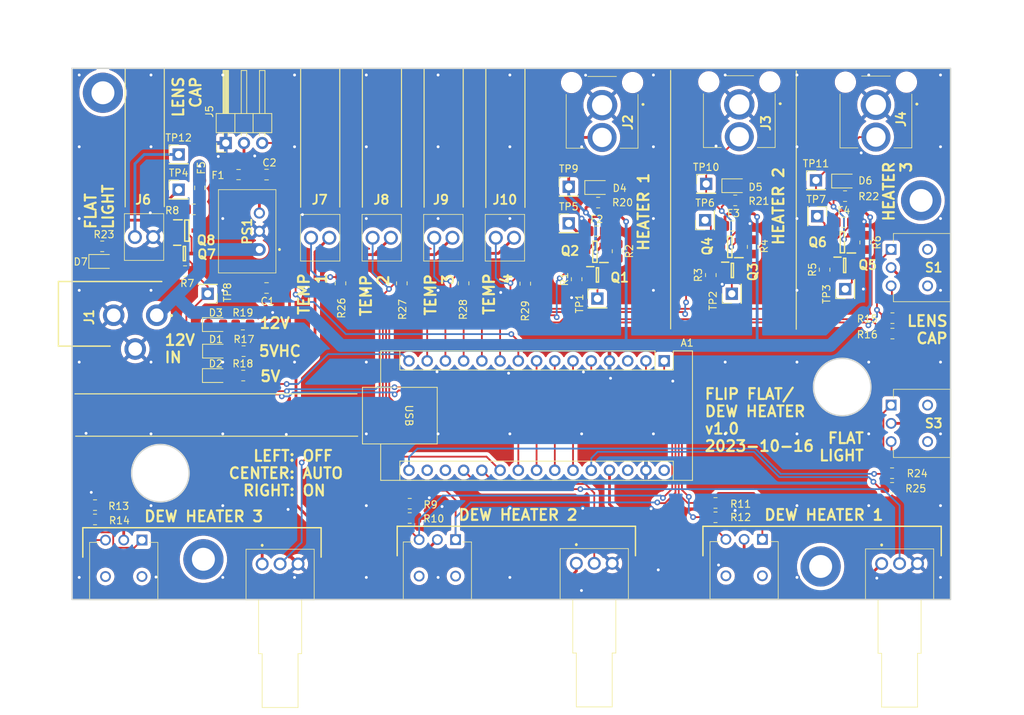
<source format=kicad_pcb>
(kicad_pcb (version 20221018) (generator pcbnew)
  (layers (0 "F.Cu" signal) (31 "B.Cu" signal) (34 "B.Paste" user) (35 "F.Paste" user) (36 "B.SilkS" user "B.Silkscreen") (37 "F.SilkS" user "F.Silkscreen") (38 "B.Mask" user) (39 "F.Mask" user) (44 "Edge.Cuts" user))
  (net 0 "")
  (net 1 "/HEATER1_OFF")
  (net 2 "/HEATER1_ON")
  (net 4 "GND")
  (net 5 "/HEATER2_ON")
  (net 6 "/HEATER2_OFF")
  (net 7 "/HEATER3_ON")
  (net 8 "/HEATER3_OFF")
  (net 9 "Net-(A1-D6)")
  (net 10 "/CAP_OPEN")
  (net 11 "/CAP_CLOSE")
  (net 12 "/12V_SWITCHING/IN")
  (net 13 "/12V_SWITCHING1/IN")
  (net 14 "/12V_SWITCHING2/IN")
  (net 15 "/12V_SWITCHING3/IN")
  (net 18 "Net-(A1-A0)")
  (net 19 "Net-(A1-A1)")
  (net 20 "Net-(A1-A2)")
  (net 21 "/Thermistor/AOUT")
  (net 22 "/Thermistor1/AOUT")
  (net 23 "/Thermistor2/AOUT")
  (net 24 "/Thermistor3/AOUT")
  (net 25 "+5V")
  (net 28 "+12V")
  (net 29 "Net-(PS1-+VOUT)")
  (net 30 "Net-(D1-A)")
  (net 31 "Net-(D2-A)")
  (net 32 "Net-(D3-A)")
  (net 33 "Net-(D4-A)")
  (net 34 "Net-(D5-A)")
  (net 35 "Net-(D6-A)")
  (net 36 "Net-(D7-A)")
  (net 37 "/12V_SWITCHING/OUT")
  (net 38 "/12V_SWITCHING1/OUT")
  (net 39 "/12V_SWITCHING2/OUT")
  (net 40 "Net-(J5-Pin_2)")
  (net 41 "/12V_SWITCHING3/OUT")
  (net 42 "Net-(Q2-G)")
  (net 43 "Net-(Q2-D)")
  (net 44 "Net-(Q4-G)")
  (net 45 "Net-(Q4-D)")
  (net 46 "Net-(Q6-G)")
  (net 47 "Net-(Q6-D)")
  (net 48 "Net-(Q8-G)")
  (net 49 "Net-(Q8-D)")
  (net 60 "/LIGHT_ON")
  (net 61 "/LIGHT_OFF")
  (footprint "Resistor_SMD:R_0805_2012Metric_Pad1.20x1.40mm_HandSolder" (layer "F.Cu") (at 89.5 115.3 180)
    (fp_text reference "R19")
    (fp_text value "490R")
  )
  (footprint "AS1E-5M-10-Z:AS1E5M10Z" (layer "F.Cu") (at 179.82 126.52 180)
    (fp_text reference "S3")
    (fp_text value "AS1E-5M-10-Z" hide)
  )
  (footprint "OSTVN02A150:OSTVN02A150" (layer "F.Cu") (at 107.58 103.2)
    (fp_text reference "J8")
    (fp_text value "Screw_Terminal_01x02" hide)
  )
  (footprint "Connector_PinHeader_2.54mm:PinHeader_1x01_P2.54mm_Vertical" (layer "F.Cu") (at 169.35 95.2)
    (fp_text reference "TP11")
    (fp_text value "TestPoint")
  )
  (footprint "AS1E-5M-10-Z:AS1E5M10Z" (layer "F.Cu") (at 161.88 145.22 90)
    (fp_text reference "S5" hide)
    (fp_text value "AS1E-5M-10-Z" hide)
  )
  (footprint "Resistor_SMD:R_0805_2012Metric_Pad1.20x1.40mm_HandSolder" (layer "F.Cu") (at 173.4 97.4)
    (fp_text reference "R22")
    (fp_text value "490R")
  )
  (footprint "Resistor_SMD:R_0805_2012Metric_Pad1.20x1.40mm_HandSolder" (layer "F.Cu") (at 89.55 122.4 180)
    (fp_text reference "R18")
    (fp_text value "140R")
  )
  (footprint "Resistor_SMD:R_0805_2012Metric_Pad1.20x1.40mm_HandSolder" (layer "F.Cu") (at 155.35 142.15)
    (fp_text reference "R12")
    (fp_text value "1k")
  )
  (footprint "AS1E-5M-10-Z:AS1E5M10Z" (layer "F.Cu") (at 119.14 145.265 90)
    (fp_text reference "S2" hide)
    (fp_text value "AS1E-5M-10-Z" hide)
  )
  (footprint "Resistor_SMD:R_0805_2012Metric_Pad1.20x1.40mm_HandSolder" (layer "F.Cu") (at 180 114.4)
    (fp_text reference "R15")
    (fp_text value "1k")
  )
  (footprint "Connector_PinHeader_2.54mm:PinHeader_1x01_P2.54mm_Vertical" (layer "F.Cu") (at 134.9 101.2)
    (fp_text reference "TP5")
    (fp_text value "TestPoint")
  )
  (footprint "Fuse:Fuse_0805_2012Metric_Pad1.15x1.40mm_HandSolder" (layer "F.Cu") (at 138.8 102.275)
    (fp_text reference "F2")
    (fp_text value "1A")
  )
  (footprint "LED_SMD:LED_0805_2012Metric_Pad1.15x1.40mm_HandSolder" (layer "F.Cu") (at 158.1 95.95)
    (fp_text reference "D5")
    (fp_text value "SML-LX0805GC-TR")
  )
  (footprint "RCJ-041:RCJ041" (layer "F.Cu") (at 177.7 84.675 90)
    (fp_text reference "J4")
    (fp_text value "RCJ-041" hide)
  )
  (footprint "P78E05-1000:P78E051000" (layer "F.Cu") (at 91.8 104.84 90)
    (fp_text reference "PS1")
    (fp_text value "P78E05-1000" hide)
  )
  (footprint "Fuse:Fuse_0805_2012Metric_Pad1.15x1.40mm_HandSolder" (layer "F.Cu") (at 157.7 101.55)
    (fp_text reference "F3")
    (fp_text value "1A")
  )
  (footprint "OSTVN02A150:OSTVN02A150" (layer "F.Cu") (at 99 103.2)
    (fp_text reference "J7")
    (fp_text value "Screw_Terminal_01x02" hide)
  )
  (footprint "Resistor_SMD:R_0805_2012Metric_Pad1.20x1.40mm_HandSolder" (layer "F.Cu") (at 120.25 109.55 -90)
    (fp_text reference "R28")
    (fp_text value "10k")
  )
  (footprint "Connector_PinHeader_2.54mm:PinHeader_1x01_P2.54mm_Vertical" (layer "F.Cu") (at 157.625 111 90)
    (fp_text reference "TP2")
    (fp_text value "TestPoint")
  )
  (footprint "Resistor_SMD:R_0805_2012Metric_Pad1.20x1.40mm_HandSolder" (layer "F.Cu") (at 68.9 142.45)
    (fp_text reference "R14")
    (fp_text value "1k")
  )
  (footprint "Capacitor_SMD:C_0805_2012Metric_Pad1.18x1.45mm_HandSolder" (layer "F.Cu") (at 92.8 110.2)
    (fp_text reference "C1")
    (fp_text value "10uF")
  )
  (footprint "OSTVN02A150:OSTVN02A150" (layer "F.Cu") (at 74.46 103.1)
    (fp_text reference "J6")
    (fp_text value "Screw_Terminal_01x02" hide)
  )
  (footprint "Resistor_SMD:R_0805_2012Metric_Pad1.20x1.40mm_HandSolder" (layer "F.Cu") (at 176.2 103.85 -90)
    (fp_text reference "R6")
    (fp_text value "100R")
  )
  (footprint "AO3423:SOT95P280X125-3N" (layer "F.Cu") (at 173.025 103.825 180)
    (fp_text reference "Q6")
    (fp_text value "AO3423" hide)
  )
  (footprint "LED_SMD:LED_0805_2012Metric_Pad1.15x1.40mm_HandSolder" (layer "F.Cu") (at 173.4 95.3)
    (fp_text reference "D6")
    (fp_text value "SML-LX0805GC-TR")
  )
  (footprint "DMN63D8LW-13:SOT65P210X110-3N" (layer "F.Cu") (at 157.7 107.75)
    (fp_text reference "Q3")
    (fp_text value "DMN63D8LW-13" hide)
  )
  (footprint "Resistor_SMD:R_0805_2012Metric_Pad1.20x1.40mm_HandSolder" (layer "F.Cu") (at 112.75 140.25)
    (fp_text reference "R9")
    (fp_text value "1k")
  )
  (footprint "AS1E-5M-10-Z:AS1E5M10Z" (layer "F.Cu") (at 179.82 104.82 180)
    (fp_text reference "S1")
    (fp_text value "AS1E-5M-10-Z" hide)
  )
  (footprint "Connector_PinHeader_2.54mm:PinHeader_1x01_P2.54mm_Vertical" (layer "F.Cu") (at 169.525 100.2 -90)
    (fp_text reference "TP7")
    (fp_text value "TestPoint")
  )
  (footprint "Resistor_SMD:R_0805_2012Metric_Pad1.20x1.40mm_HandSolder" (layer "F.Cu") (at 89.6 119 180)
    (fp_text reference "R17")
    (fp_text value "140R")
  )
  (footprint "PTD901-1015K-B103:PTD9011015KB103" (layer "F.Cu") (at 178.5 148.6 -90)
    (fp_text reference "VR1" hide)
    (fp_text value "PTD901-1015K-B103" hide)
  )
  (footprint "Connector_PinHeader_2.54mm:PinHeader_1x01_P2.54mm_Vertical" (layer "F.Cu") (at 154.05 95.7)
    (fp_text reference "TP10")
    (fp_text value "TestPoint")
  )
  (footprint "Fuse:Fuse_0805_2012Metric_Pad1.15x1.40mm_HandSolder" (layer "F.Cu") (at 88.9 94.4 180)
    (fp_text reference "F1")
    (fp_text value "1A")
  )
  (footprint "Fuse:Fuse_0805_2012Metric_Pad1.15x1.40mm_HandSolder" (layer "F.Cu") (at 173.225 101.05)
    (fp_text reference "F4")
    (fp_text value "1A")
  )
  (footprint "LED_SMD:LED_0805_2012Metric_Pad1.15x1.40mm_HandSolder" (layer "F.Cu") (at 69.9 106.5)
    (fp_text reference "D7")
    (fp_text value "SML-LX0805GC-TR")
  )
  (footprint "Resistor_SMD:R_0805_2012Metric_Pad1.20x1.40mm_HandSolder" (layer "F.Cu") (at 155.35 140.15)
    (fp_text reference "R11")
    (fp_text value "1k")
  )
  (footprint "Connector_PinHeader_2.54mm:PinHeader_1x01_P2.54mm_Vertical" (layer "F.Cu") (at 153.9 100.75 90)
    (fp_text reference "TP6")
    (fp_text value "TestPoint")
  )
  (footprint "Resistor_SMD:R_0805_2012Metric_Pad1.20x1.40mm_HandSolder" (layer "F.Cu") (at 139 98.3)
    (fp_text reference "R20")
    (fp_text value "490R")
  )
  (footprint "DMN63D8LW-13:SOT65P210X110-3N" (layer "F.Cu") (at 81.35 105.4)
    (fp_text reference "Q7")
    (fp_text value "DMN63D8LW-13" hide)
  )
  (footprint "LED_SMD:LED_0805_2012Metric_Pad1.15x1.40mm_HandSolder" (layer "F.Cu") (at 85.725 122.4)
    (fp_text reference "D2")
    (fp_text value "SML-LX0805GC-TR")
  )
  (footprint "Resistor_SMD:R_0805_2012Metric_Pad1.20x1.40mm_HandSolder" (layer "F.Cu") (at 136 108.975 -90)
    (fp_text reference "R1")
    (fp_text value "1k")
  )
  (footprint "OSTVN02A150:OSTVN02A150" (layer "F.Cu") (at 116.16 103.2)
    (fp_text reference "J9")
    (fp_text value "Screw_Terminal_01x02" hide)
  )
  (footprint "Resistor_SMD:R_0805_2012Metric_Pad1.20x1.40mm_HandSolder" (layer "F.Cu") (at 180 116.55)
    (fp_text reference "R16")
    (fp_text value "1k")
  )
  (footprint "OSTVN02A150:OSTVN02A150" (layer "F.Cu") (at 124.74 103.2)
    (fp_text reference "J10")
    (fp_text value "Screw_Terminal_01x02" hide)
  )
  (footprint "Connector_PinHeader_2.54mm:PinHeader_1x01_P2.54mm_Vertical" (layer "F.Cu") (at 80.55 96.5)
    (fp_text reference "TP4")
    (fp_text value "TestPoint")
  )
  (footprint "Resistor_SMD:R_0805_2012Metric_Pad1.20x1.40mm_HandSolder" (layer "F.Cu") (at 69.9 104.4)
    (fp_text reference "R23")
    (fp_text value "490R")
  )
  (footprint "Resistor_SMD:R_0805_2012Metric_Pad1.20x1.40mm_HandSolder" (layer "F.Cu") (at 170.55 107.65 -90)
    (fp_text reference "R5")
    (fp_text value "1k")
  )
  (footprint "Resistor_SMD:R_0805_2012Metric_Pad1.20x1.40mm_HandSolder" (layer "F.Cu") (at 68.9 140.45)
    (fp_text reference "R13")
    (fp_text value "1k")
  )
  (footprint "AS1E-5M-10-Z:AS1E5M10Z" (layer "F.Cu") (at 75.44 145.32 90)
    (fp_text reference "S6" hide)
    (fp_text value "AS1E-5M-10-Z" hide)
  )
  (footprint "Resistor_SMD:R_0805_2012Metric_Pad1.20x1.40mm_HandSolder" (layer "F.Cu") (at 160.525 104.475 -90)
    (fp_text reference "R4")
    (fp_text value "100R")
  )
  (footprint "Resistor_SMD:R_0805_2012Metric_Pad1.20x1.40mm_HandSolder" (layer "F.Cu") (at 81.45 107.85 180)
    (fp_text reference "R7")
    (fp_text value "1k")
  )
  (footprint "Resistor_SMD:R_0805_2012Metric_Pad1.20x1.40mm_HandSolder" (layer "F.Cu") (at 112.75 142.25)
    (fp_text reference "R10")
    (fp_text value "1k")
  )
  (footprint "PJ-102BH:PJ-102AH" (layer "F.Cu") (at 74.5 118.3 90)
    (fp_text reference "J1")
    (fp_text value "PJ-102BH" hide)
  )
  (footprint "PTD901-1015K-B103:PTD9011015KB103" (layer "F.Cu") (at 135.96 148.56 -90)
    (fp_text reference "VR4" hide)
    (fp_text value "PTD901-1015K-B103" hide)
  )
  (footprint "Module:Arduino_Nano" (layer "F.Cu") (at 148.2 120.36 -90)
    (fp_text reference "A1")
    (fp_text value "Arduino_Nano_v3.x")
  )
  (footprint "PTD901-1015K-B103:PTD9011015KB103" (layer "F.Cu") (at 92.19 148.65 -90)
    (fp_text reference "VR5" hide)
    (fp_text value "PTD901-1015K-B103" hide)
  )
  (footprint "MountingHole:MountingHole_3.2mm_M3_DIN965_Pad" (layer "F.Cu") (at 84 148)
    (fp_text reference "REF**" hide)
    (fp_text value "MountingHole_3.2mm_M3_DIN965_Pad")
  )
  (footprint "DMN63D8LW-13:SOT65P210X110-3N" (layer "F.Cu") (at 138.9 108.375)
    (fp_text reference "Q1")
    (fp_text value "DMN63D8LW-13" hide)
  )
  (footprint "Connector_PinHeader_2.54mm:PinHeader_1x01_P2.54mm_Vertical" (layer "F.Cu") (at 80.55 91.6)
    (fp_text reference "TP12")
    (fp_text value "TestPoint")
  )
  (footprint "RCJ-041:RCJ041" (layer "F.Cu") (at 158.665 84.625 90)
    (fp_text reference "J3")
    (fp_text value "RCJ-041" hide)
  )
  (footprint "Connector_PinHeader_2.54mm:PinHeader_1x01_P2.54mm_Vertical" (layer "F.Cu") (at 138.9 111.675)
    (fp_text reference "TP1")
    (fp_text value "TestPoint")
  )
  (footprint "Resistor_SMD:R_0805_2012Metric_Pad1.20x1.40mm_HandSolder" (layer "F.Cu") (at 158.1 98)
    (fp_text reference "R21")
    (fp_text value "490R")
  )
  (footprint "AO3423:SOT95P280X125-3N" (layer "F.Cu") (at 81.7 102.2)
    (fp_text reference "Q8")
    (fp_text value "AO3423" hide)
  )
  (footprint "Capacitor_SMD:C_0805_2012Metric_Pad1.18x1.45mm_HandSolder" (layer "F.Cu") (at 92.8 94.4)
    (fp_text reference "C2")
    (fp_text value "22uF")
  )
  (footprint "Resistor_SMD:R_0805_2012Metric_Pad1.20x1.40mm_HandSolder" (layer "F.Cu") (at 179.95 138.05)
    (fp_text reference "R25")
    (fp_text value "1k")
  )
  (footprint "MountingHole:MountingHole_3.2mm_M3_DIN965_Pad" (layer "F.Cu") (at 170 149)
    (fp_text reference "REF**" hide)
    (fp_text value "MountingHole_3.2mm_M3_DIN965_Pad")
  )
  (footprint "Connector_PinHeader_2.54mm:PinHeader_1x01_P2.54mm_Vertical" (layer "F.Cu") (at 173.425 110.35 90)
    (fp_text reference "TP3")
    (fp_text value "TestPoint")
  )
  (footprint "Resistor_SMD:R_0805_2012Metric_Pad1.20x1.40mm_HandSolder" (layer "F.Cu") (at 111.65 109.55 -90)
    (fp_text reference "R27")
    (fp_text value "10k")
  )
  (footprint "Resistor_SMD:R_0805_2012Metric_Pad1.20x1.40mm_HandSolder" (layer "F.Cu") (at 141.7 105.075 -90)
    (fp_text reference "R2")
    (fp_text value "100R")
  )
  (footprint "LED_SMD:LED_0805_2012Metric_Pad1.15x1.40mm_HandSolder" (layer "F.Cu") (at 139 96.2)
    (fp_text reference "D4")
    (fp_text value "SML-LX0805GC-TR")
  )
  (footprint "Resistor_SMD:R_0805_2012Metric_Pad1.20x1.40mm_HandSolder" (layer "F.Cu") (at 179.95 136)
    (fp_text reference "R24")
    (fp_text value "1k")
  )
  (footprint "Resistor_SMD:R_0805_2012Metric_Pad1.20x1.40mm_HandSolder" (layer "F.Cu") (at 154.7 108.4 -90)
    (fp_text reference "R3")
    (fp_text value "1k")
  )
  (footprint "LED_SMD:LED_0805_2012Metric_Pad1.15x1.40mm_HandSolder" (layer "F.Cu") (at 85.75 119)
    (fp_text reference "D1")
    (fp_text value "SML-LX0805GC-TR")
  )
  (footprint "Connector_PinHeader_2.54mm:PinHeader_1x01_P2.54mm_Vertical" (layer "F.Cu") (at 134.9 96.1)
    (fp_text reference "TP9")
    (fp_text value "TestPoint")
  )
  (footprint "Connector_PinHeader_2.54mm:PinHeader_1x01_P2.54mm_Vertical" (layer "F.Cu") (at 84.6 111 180)
    (fp_text reference "TP8")
    (fp_text value "TestPoint")
  )
  (footprint "AO3423:SOT95P280X125-3N" (layer "F.Cu") (at 138.55 105.15 180)
    (fp_text reference "Q2")
    (fp_text value "AO3423" hide)
  )
  (footprint "Resistor_SMD:R_0805_2012Metric_Pad1.20x1.40mm_HandSolder" (layer "F.Cu") (at 82.65 99.25 180)
    (fp_text reference "R8")
    (fp_text value "100R")
  )
  (footprint "MountingHole:MountingHole_3.2mm_M3_DIN965_Pad" (layer "F.Cu") (at 184 98)
    (fp_text reference "REF**" hide)
    (fp_text value "MountingHole_3.2mm_M3_DIN965_Pad")
  )
  (footprint "AO3423:SOT95P280X125-3N" (layer "F.Cu") (at 157.35 104.475 180)
    (fp_text reference "Q4")
    (fp_text value "AO3423" hide)
  )
  (footprint "LED_SMD:LED_0805_2012Metric_Pad1.15x1.40mm_HandSolder" (layer "F.Cu") (at 85.725 115.3)
    (fp_text reference "D3")
    (fp_text value "SML-LX0805GC-TR")
  )
  (footprint "DMN63D8LW-13:SOT65P210X110-3N" (layer "F.Cu") (at 173.35 107.05)
    (fp_text reference "Q5")
    (fp_text value "DMN63D8LW-13" hide)
  )
  (footprint "RCJ-041:RCJ041" (layer "F.Cu") (at 139.55 84.725 90)
    (fp_text reference "J2")
    (fp_text value "RCJ-041" hide)
  )
  (footprint "Connector_PinHeader_2.54mm:PinHeader_1x03_P2.54mm_Horizontal" (layer "F.Cu") (at 87.115 90 90)
    (fp_text reference "J5")
    (fp_text value "Conn_01x03_Pin")
  )
  (footprint "Resistor_SMD:R_0805_2012Metric_Pad1.20x1.40mm_HandSolder" (layer "F.Cu") (at 103.1 109.55 -90)
    (fp_text reference "R26")
    (fp_text value "10k")
  )
  (footprint "MountingHole:MountingHole_3.2mm_M3_DIN965_Pad" (layer "F.Cu") (at 70 83)
    (fp_text reference "REF**" hide)
    (fp_text value "MountingHole_3.2mm_M3_DIN965_Pad")
  )
  (footprint "Fuse:Fuse_0805_2012Metric_Pad1.15x1.40mm_HandSolder" (layer "F.Cu") (at 83.5 96.25 -90)
    (fp_text reference "F5")
    (fp_text value "1A")
  )
  (footprint "Resistor_SMD:R_0805_2012Metric_Pad1.20x1.40mm_HandSolder" (layer "F.Cu") (at 128.85 109.6 -90)
    (fp_text reference "R29")
    (fp_text value "10k")
  )
  (gr_line (start 153.6 143.4) (end 186.8 143.4) (stroke (width 0.2)) (layer "F.SilkS"))
  (gr_line (start 111 147.5) (end 111 143.4) (stroke (width 0.2)) (layer "F.SilkS"))
  (gr_line (start 100.4 147.7) (end 100.4 143.6) (stroke (width 0.2)) (layer "F.SilkS"))
  (gr_line (start 120.2 98.925) (end 120.2 79.575) (stroke (width 0.15)) (layer "F.SilkS"))
  (gr_line (start 144.2 147.5) (end 144.2 143.4) (stroke (width 0.2)) (layer "F.SilkS"))
  (gr_line (start 153.6 147.5) (end 153.6 143.4) (stroke (width 0.2)) (layer "F.SilkS"))
  (gr_line (start 166.6 79.95) (end 166.6 115.95) (stroke (width 0.15)) (layer "F.SilkS"))
  (gr_line (start 103 98.925) (end 103 79.575) (stroke (width 0.15)) (layer "F.SilkS"))
  (gr_line (start 97.55 98.95) (end 97.55 79.6) (stroke (width 0.15)) (layer "F.SilkS"))
  (gr_line (start 78.55 98.875) (end 78.55 79.525) (stroke (width 0.15)) (layer "F.SilkS"))
  (gr_line (start 186.8 147.5) (end 186.8 143.4) (stroke (width 0.2)) (layer "F.SilkS"))
  (gr_line (start 149.1 79.9) (end 149.1 115.9) (stroke (width 0.15)) (layer "F.SilkS"))
  (gr_line (start 67.2 143.6) (end 100.4 143.6) (stroke (width 0.2)) (layer "F.SilkS"))
  (gr_line (start 105.4 124.95) (end 66.1 124.95) (stroke (width 0.15)) (layer "F.SilkS"))
  (gr_line (start 73.1 98.9) (end 73.1 79.55) (stroke (width 0.15)) (layer "F.SilkS"))
  (gr_line (start 67.2 147.7) (end 67.2 143.6) (stroke (width 0.2)) (layer "F.SilkS"))
  (gr_line (start 111.6 98.925) (end 111.6 79.575) (stroke (width 0.15)) (layer "F.SilkS"))
  (gr_line (start 114.75 98.95) (end 114.75 79.6) (stroke (width 0.15)) (layer "F.SilkS"))
  (gr_line (start 106.15 98.95) (end 106.15 79.6) (stroke (width 0.15)) (layer "F.SilkS"))
  (gr_line (start 105.5 130.85) (end 66.2 130.85) (stroke (width 0.15)) (layer "F.SilkS"))
  (gr_line (start 128.8 98.975) (end 128.8 79.625) (stroke (width 0.15)) (layer "F.SilkS"))
  (gr_line (start 111 143.4) (end 144.2 143.4) (stroke (width 0.2)) (layer "F.SilkS"))
  (gr_line (start 123.35 99) (end 123.35 79.65) (stroke (width 0.15)) (layer "F.SilkS"))
  (gr_rect (start 65.7 79.6) (end 188.1 153.6) (stroke (width 0.2)) (fill none) (layer "Edge.Cuts"))
  (gr_circle (center 78 136) (end 82 136) (stroke (width 0.2)) (fill none) (layer "Edge.Cuts"))
  (gr_circle (center 173 124) (end 177 124) (stroke (width 0.2)) (fill none) (layer "Edge.Cuts"))
  (gr_text "TEMP\n3" (at 118.95 108.1 90) (layer "F.SilkS") (effects (font (size 1.5 1.5) (thickness 0.3) bold) (justify right bottom)))
  (gr_text "FLAT\nLIGHT" (at 176.175 134.425) (layer "F.SilkS") (effects (font (size 1.5 1.5) (thickness 0.3) bold) (justify right bottom)))
  (gr_text "12V\nIN" (at 78.45 120.75) (layer "F.SilkS") (effects (font (size 1.5 1.5) (thickness 0.3) bold) (justify left bottom)))
  (gr_text "OFF\nAUTO\nON" (at 97.65 139.3) (layer "F.SilkS") (effects (font (size 1.5 1.5) (thickness 0.3) bold) (justify left bottom)))
  (gr_text "TEMP\n2" (at 109.95 108.2 90) (layer "F.SilkS") (effects (font (size 1.5 1.5) (thickness 0.3) bold) (justify right bottom)))
  (gr_text "FLIP FLAT/\nDEW HEATER\nv1.0\n2023-10-16" (at 153.7 133.1) (layer "F.SilkS") (effects (font (size 1.5 1.5) (thickness 0.3) bold) (justify left bottom)))
  (gr_text "HEATER\n3" (at 182.8 92.45 90) (layer "F.SilkS") (effects (font (size 1.5 1.5) (thickness 0.3) bold) (justify right bottom)))
  (gr_text "DEW HEATER 1" (at 162 142.7) (layer "F.SilkS") (effects (font (size 1.5 1.5) (thickness 0.3) bold) (justify left bottom)))
  (gr_text "FLAT\nLIGHT" (at 71.6 102.15 90) (layer "F.SilkS") (effects (font (size 1.5 1.5) (thickness 0.3) bold) (justify left bottom)))
  (gr_text "12V" (at 91.67 115.975) (layer "F.SilkS") (effects (font (size 1.5 1.5) (thickness 0.3) bold) (justify left bottom)))
  (gr_text "LEFT:\nCENTER:\nRIGHT:" (at 96.9 139.3) (layer "F.SilkS") (effects (font (size 1.5 1.5) (thickness 0.3) bold) (justify right bottom)))
  (gr_text "LENS\nCAP" (at 83.8 80.6 90) (layer "F.SilkS") (effects (font (size 1.5 1.5) (thickness 0.3) bold) (justify right bottom)))
  (gr_text "HEATER 2" (at 165 93.2 90) (layer "F.SilkS") (effects (font (size 1.5 1.5) (thickness 0.3) bold) (justify right bottom)))
  (gr_text "HEATER 1" (at 146.2 94 90) (layer "F.SilkS") (effects (font (size 1.5 1.5) (thickness 0.3) bold) (justify right bottom)))
  (gr_text "5VHC" (at 91.57 119.875) (layer "F.SilkS") (effects (font (size 1.5 1.5) (thickness 0.3) bold) (justify left bottom)))
  (gr_text "TEMP\n1" (at 101.3 108 90) (layer "F.SilkS") (effects (font (size 1.5 1.5) (thickness 0.3) bold) (justify right bottom)))
  (gr_text "TEMP\n4" (at 127.1 108 90) (layer "F.SilkS") (effects (font (size 1.5 1.5) (thickness 0.3) bold) (justify right bottom)))
  (gr_text "LENS\nCAP" (at 187.85 118.1) (layer "F.SilkS") (effects (font (size 1.5 1.5) (thickness 0.3) bold) (justify right bottom)))
  (gr_text "5V" (at 91.77 123.375) (layer "F.SilkS") (effects (font (size 1.5 1.5) (thickness 0.3) bold) (justify left bottom)))
  (gr_text "DEW HEATER 2" (at 119.4 142.7) (layer "F.SilkS") (effects (font (size 1.5 1.5) (thickness 0.3) bold) (justify left bottom)))
  (gr_text "DEW HEATER 3" (at 75.6 142.9) (layer "F.SilkS") (effects (font (size 1.5 1.5) (thickness 0.3) bold) (justify left bottom)))
  (segment (start 154.325 142.125) (end 154.35 142.15) (width 0.25) (layer "F.Cu") (net 1))
  (segment (start 154.35 142.77) (end 154.35 142.15) (width 0.25) (layer "F.Cu") (net 1))
  (segment (start 150.675 138.337102) (end 151.631449 139.293551) (width 0.25) (layer "F.Cu") (net 1))
  (segment (start 150.675 127.413604) (end 150.675 138.337102) (width 0.25) (layer "F.Cu") (net 1))
  (segment (start 148.2 120.36) (end 148.2 124.938604) (width 0.25) (layer "F.Cu") (net 1))
  (segment (start 148.2 124.938604) (end 150.675 127.413604) (width 0.25) (layer "F.Cu") (net 1))
  (segment (start 152.225 142.125) (end 154.325 142.125) (width 0.25) (layer "F.Cu") (net 1))
  (segment (start 156.8 145.22) (end 154.35 142.77) (width 0.25) (layer "F.Cu") (net 1))
  (via (at 151.631449 139.293551) (size 0.8) (drill 0.4) (layers "F.Cu" "B.Cu") (net 1))
  (via (at 152.225 142.125) (size 0.8) (drill 0.4) (layers "F.Cu" "B.Cu") (net 1))
  (segment (start 151.631449 141.531449) (end 152.225 142.125) (width 0.25) (layer "B.Cu") (net 1))
  (segment (start 151.631449 139.293551) (end 151.631449 141.531449) (width 0.25) (layer "B.Cu") (net 1))
  (segment (start 151.488299 140.175) (end 151.513299 140.15) (width 0.25) (layer "F.Cu") (net 2))
  (segment (start 154.35 140.15) (end 155.75 138.75) (width 0.25) (layer "F.Cu") (net 2))
  (segment (start 150.225 138.911701) (end 151.488299 140.175) (width 0.25) (layer "F.Cu") (net 2))
  (segment (start 160.675 138.75) (end 161.88 139.955) (width 0.25) (layer "F.Cu") (net 2))
  (segment (start 161.88 139.955) (end 161.88 145.22) (width 0.25) (layer "F.Cu") (net 2))
  (segment (start 145.66 123.035) (end 150.225 127.6) (width 0.25) (layer "F.Cu") (net 2))
  (segment (start 151.513299 140.15) (end 154.35 140.15) (width 0.25) (layer "F.Cu") (net 2))
  (segment (start 150.225 127.6) (end 150.225 138.911701) (width 0.25) (layer "F.Cu") (net 2))
  (segment (start 155.75 138.75) (end 160.675 138.75) (width 0.25) (layer "F.Cu") (net 2))
  (segment (start 145.66 120.36) (end 145.66 123.035) (width 0.25) (layer "F.Cu") (net 2))
  (segment (start 136.95 109.025) (end 136 109.975) (width 0.25) (layer "F.Cu") (net 4))
  (segment (start 171.5 107.7) (end 170.55 108.65) (width 0.25) (layer "F.Cu") (net 4))
  (segment (start 140.58 122.63) (end 140.725 122.775) (width 0.25) (layer "F.Cu") (net 4))
  (segment (start 84.7 119.025) (end 84.725 119) (width 0.25) (layer "F.Cu") (net 4))
  (segment (start 137.9 109.025) (end 136.95 109.025) (width 0.25) (layer "F.Cu") (net 4))
  (segment (start 84.7 122.4) (end 84.7 119.025) (width 0.25) (layer "F.Cu") (net 4))
  (segment (start 140.58 120.36) (end 140.58 122.63) (width 0.25) (layer "F.Cu") (net 4))
  (segment (start 155.7 108.4) (end 154.7 109.4) (width 0.25) (layer "F.Cu") (net 4))
  (segment (start 172.35 107.7) (end 171.5 107.7) (width 0.25) (layer "F.Cu") (net 4))
  (segment (start 156.7 108.4) (end 155.7 108.4) (width 0.25) (layer "F.Cu") (net 4))
  (via (at 126.7 140.875) (size 0.8) (drill 0.4) (layers "F.Cu" "B.Cu") (net 4))
  (via (at 146.7 100.525) (size 0.8) (drill 0.4) (layers "F.Cu" "B.Cu") (net 4))
  (via (at 77.4 150.475) (size 0.8) (drill 0.4) (layers "F.Cu" "B.Cu") (net 4))
  (via (at 86.7 140.525) (size 0.8) (drill 0.4) (layers "F.Cu" "B.Cu") (net 4))
  (via (at 126.7 80.525) (size 0.8) (drill 0.4) (layers "F.Cu" "B.Cu") (net 4))
  (via (at 76.7 120.525) (size 0.8) (drill 0.4) (layers "F.Cu" "B.Cu") (net 4))
  (via (at 136.7 100.525) (size 0.8) (drill 0.4) (layers "F.Cu" "B.Cu") (net 4))
  (via (at 155.425 90.425) (size 0.8) (drill 0.4) (layers "F.Cu" "B.Cu") (net 4))
  (via (at 186.7 80.525) (size 0.8) (drill 0.4) (layers "F.Cu" "B.Cu") (net 4))
  (via (at 66.7 120.525) (size 0.8) (drill 0.4) (layers "F.Cu" "B.Cu") (net 4))
  (via (at 76.7 130.525) (size 0.8) (drill 0.4) (layers "F.Cu" "B.Cu") (net 4))
  (via (at 147.375 149.475) (size 0.8) (drill 0.4) (layers "F.Cu" "B.Cu") (net 4))
  (via (at 126.7 90.525) (size 0.8) (drill 0.4) (layers "F.Cu" "B.Cu") (net 4))
  (via (at 126.7 150.525) (size 0.8) (drill 0.4) (layers "F.Cu" "B.Cu") (net 4))
  (via (at 136.7 130.525) (size 0.8) (drill 0.4) (layers "F.Cu" "B.Cu") (net 4))
  (via (at 76.7 90.525) (size 0.8) (drill 0.4) (layers "F.Cu" "B.Cu") (net 4))
  (via (at 137.25 80.55) (size 0.8) (drill 0.4) (layers "F.Cu" "B.Cu") (net 4))
  (via (at 117.25 140.65) (size 0.8) (drill 0.4) (layers "F.Cu" "B.Cu") (net 4))
  (via (at 116.7 110.525) (size 0.8) (drill 0.4) (layers "F.Cu" "B.Cu") (net 4))
  (via (at 155.775 148.8) (size 0.8) (drill 0.4) (layers "F.Cu" "B.Cu") (net 4))
  (via (at 186.7 90.525) (size 0.8) (drill 0.4) (layers "F.Cu" "B.Cu") (net 4))
  (via (at 95.8 141.05) (size 0.8) (drill 0.4) (layers "F.Cu" "B.Cu") (net 4))
  (via (at 86.7 100.525) (size 0.8) (drill 0.4) (layers "F.Cu" "B.Cu") (net 4))
  (via (at 76.7 110.525) (size 0.8) (drill 0.4) (layers "F.Cu" "B.Cu") (net 4))
  (via (at 106.7 150.525) (size 0.8) (drill 0.4) (layers "F.Cu" "B.Cu") (net 4))
  (via (at 176.7 120.525) (size 0.8) (drill 0.4) (layers "F.Cu" "B.Cu") (net 4))
  (via (at 166.7 130.525) (size 0.8) (drill 0.4) (layers "F.Cu" "B.Cu") (net 4))
  (via (at 106.7 100.525) (size 0.8) (drill 0.4) (layers "F.Cu" "B.Cu") (net 4))
  (via (at 126.7 130.525) (size 0.8) (drill 0.4) (layers "F.Cu" "B.Cu") (net 4))
  (via (at 166.7 140.525) (size 0.8) (drill 0.4) (layers "F.Cu" "B.Cu") (net 4))
  (via (at 106.7 130.525) (size 0.8) (drill 0.4) (layers "F.Cu" "B.Cu") (net 4))
  (via (at 86.7 80.525) (size 0.8) (drill 0.4) (layers "F.Cu" "B.Cu") (net 4))
  (via (at 116.7 90.525) (size 0.8) (drill 0.4) (layers "F.Cu" "B.Cu") (net 4))
  (via (at 136.95 121.9) (size 0.8) (drill 0.4) (layers "F.Cu" "B.Cu") (net 4))
  (via (at 175.65 91.375) (size 0.8) (drill 0.4) (layers "F.Cu" "B.Cu") (net 4))
  (via (at 86.075 91.875) (size 0.8) (drill 0.4) (layers "F.Cu" "B.Cu") (net 4))
  (via (at 116.7 80.525) (size 0.8) (drill 0.4) (layers "F.Cu" "B.Cu") (net 4))
  (via (at 106.7 80.525) (size 0.8) (drill 0.4) (layers "F.Cu" "B.Cu") (net 4))
  (via (at 186.7 130.525) (size 0.8) (drill 0.4) (layers "F.Cu" "B.Cu") (net 4))
  (via (at 176.7 140.525) (size 0.8) (drill 0.4) (layers "F.Cu" "B.Cu") (net 4))
  (via (at 106.7 90.525) (size 0.8) (drill 0.4) (layers "F.Cu" "B.Cu") (net 4))
  (via (at 166.7 90.525) (size 0.8) (drill 0.4) (layers "F.Cu" "B.Cu") (net 4))
  (via (at 86.7 110.525) (size 0.8) (drill 0.4) (layers "F.Cu" "B.Cu") (net 4))
  (via (at 166.7 150.525) (size 0.8) (drill 0.4) (layers "F.Cu" "B.Cu") (net 4))
  (via (at 156.275 109.675) (size 0.8) (drill 0.4) (layers "F.Cu" "B.Cu") (net 4))
  (via (at 115.475 139.425) (size 0.8) (drill 0.4) (layers "F.Cu" "B.Cu") (net 4))
  (via (at 126.525 122.075) (size 0.8) (drill 0.4) (layers "F.Cu" "B.Cu") (net 4))
  (via (at 125.425 110.825) (size 0.8) (drill 0.4) (layers "F.Cu" "B.Cu") (net 4))
  (via (at 166.7 110.525) (size 0.8) (drill 0.4) (layers "F.Cu" "B.Cu") (net 4))
  (via (at 186.7 150.525) (size 0.8) (drill 0.4) (layers "F.Cu" "B.Cu") (net 4))
  (via (at 86.7 150.525) (size 0.8) (drill 0.4) (layers "F.Cu" "B.Cu") (net 4))
  (via (at 175.95 110.35) (size 0.8) (drill 0.4) (layers "F.Cu" "B.Cu") (net 4))
  (via (at 136.675 152.35) (size 0.8) (drill 0.4) (layers "F.Cu" "B.Cu") (net 4))
  (via (at 149.4 123.175) (size 0.8) (drill 0.4) (layers "F.Cu" "B.Cu") (net 4))
  (via (at 86.7 120.525) (size 0.8) (drill 0.4) (layers "F.Cu" "B.Cu") (net 4))
  (via (at 160.15 101.225) (size 0.8) (drill 0.4) (layers "F.Cu" "B.Cu") (net 4))
  (via (at 176.7 130.525) (size 0.8) (drill 0.4) (layers "F.Cu" "B.Cu") (net 4))
  (via (at 76.6 99.725) (size 0.8) (drill 0.4) (layers "F.Cu" "B.Cu") (net 4))
  (via (at 146.7 80.525) (size 0.8) (drill 0.4) (layers "F.Cu" "B.Cu") (net 4))
  (via (at 76.7 140.525) (size 0.8) (drill 0.4) (layers "F.Cu" "B.Cu") (net 4))
  (via (at 186.7 110.525) (size 0.8) (drill 0.4) (layers "F.Cu" "B.Cu") (net 4))
  (via (at 116.7 150.525) (size 0.8) (drill 0.4) (layers "F.Cu" "B.Cu") (net 4))
  (via (at 66.7 80.525) (size 0.8) (drill 0.4) (layers "F.Cu" "B.Cu") (net 4))
  (via (at 176.025 100.95) (size 0.8) (drill 0.4) (layers "F.Cu" "B.Cu") (net 4))
  (via (at 68.375 138.675) (size 0.8) (drill 0.4) (layers "F.Cu" "B.Cu") (net 4))
  (via (at 146.7 130.525) (size 0.8) (drill 0.4) (layers "F.Cu" "B.Cu") (net 4))
  (via (at 116.7 100.525) (size 0.8) (drill 0.4) (layers "F.Cu" "B.Cu") (net 4))
  (via (at 106.7 120.525) (size 0.8) (drill 0.4) (layers "F.Cu" "B.Cu") (net 4))
  (via (at 106.7 110.525) (size 0.8) (drill 0.4) (layers "F.Cu" "B.Cu") (net 4))
  (via (at 116.7 130.525) (size 0.8) (drill 0.4) (layers "F.Cu" "B.Cu") (net 4))
  (via (at 156.7 80.525) (size 0.8) (drill 0.4) (layers "F.Cu" "B.Cu") (net 4))
  (via (at 66.7 90.525) (size 0.8) (drill 0.4) (layers "F.Cu" "B.Cu") (net 4))
  (via (at 98.35 110.175) (size 0.8) (drill 0.4) (layers "F.Cu" "B.Cu") (net 4))
  (via (at 96.7 90.525) (size 0.8) (drill 0.4) (layers "F.Cu" "B.Cu") (net 4))
  (via (at 146.375 140.95) (size 0.8) (drill 0.4) (layers "F.Cu" "B.Cu") (net 4))
  (via (at 140.725 122.775) (size 0.8) (drill 0.4) (layers "F.Cu" "B.Cu") (net 4))
  (via (at 66.7 110.525) (size 0.8) (drill 0.4) (layers "F.Cu" "B.Cu") (net 4))
  (via (at 136.85 140.9) (size 0.8) (drill 0.4) (layers "F.Cu" "B.Cu") (net 4))
  (via (at 177.825 150.625) (size 0.8) (drill 0.4) (layers "F.Cu" "B.Cu") (net 4))
  (via (at 76.7 80.525) (size 0.8) (drill 0.4) (layers "F.Cu" "B.Cu") (net 4))
  (via (at 95.55 130.6) (size 0.8) (drill 0.4) (layers "F.Cu" "B.Cu") (net 4))
  (via (at 166.7 120.525) (size 0.8) (drill 0.4) (layers "F.Cu" "B.Cu") (net 4))
  (via (at 67.65 130.45) (size 0.8) (drill 0.4) (layers "F.Cu" "B.Cu") (net 4))
  (via (at 126.7 100.525) (size 0.8) (drill 0.4) (layers "F.Cu" "B.Cu") (net 4))
  (via (at 106.7 140.525) (size 0.8) (drill 0.4) (layers "F.Cu" "B.Cu") (net 4))
  (via (at 166.7 80.525) (size 0.8) (drill 0.4) (layers "F.Cu" "B.Cu") (net 4))
  (via (at 135.3 111.55) (size 0.8) (drill 0.4) (layers "F.Cu" "B.Cu") (net 4))
  (via (at 66.7 150.525) (size 0.8) (drill 0.4) (layers "F.Cu" "B.Cu") (net 4))
  (via (at 158.075 141.2) (size 0.8) (drill 0.4) (layers "F.Cu" "B.Cu") (net 4))
  (via (at 166.7 100.525) (size 0.8) (drill 0.4) (layers "F.Cu" "B.Cu") (net 4))
  (via (at 96.7 120.525) (size 0.8) (drill 0.4) (layers "F.Cu" "B.Cu") (net 4))
  (via (at 96.7 150.525) (size 0.8) (drill 0.4) (layers "F.Cu" "B.Cu") (net 4))
  (via (at 186.7 120.525) (size 0.8) (drill 0.4) (layers "F.Cu" "B.Cu") (net 4))
  (via (at 66.7 100.525) (size 0.8) (drill 0.4) (layers "F.Cu" "B.Cu") (net 4))
  (via (at 176.7 80.525) (size 0.8) (drill 0.4) (layers "F.Cu" "B.Cu") (net 4))
  (via (at 86.7 130.525) (size 0.8) (drill 0.4) (layers "F.Cu" "B.Cu") (net 4))
  (via (at 156.7 120.525) (size 0.8) (drill 0.4) (layers "F.Cu" "B.Cu") (net 4))
  (via (at 156.7 130.525) (size 0.8) (drill 0.4) (layers "F.Cu" "B.Cu") (net 4))
  (via (at 186.7 140.525) (size 0.8) (drill 0.4) (layers "F.Cu" "B.Cu") (net 4))
  (via (at 96.7 80.525) (size 0.8) (drill 0.4) (layers "F.Cu" "B.Cu") (net 4))
  (via (at 186.7 100.525) (size 0.8) (drill 0.4) (layers "F.Cu" "B.Cu") (net 4))
  (via (at 116.55 121.875) (size 0.8) (drill 0.4) (layers "F.Cu" "B.Cu") (net 4))
  (via (at 146.7 110.525) (size 0.8) (drill 0.4) (layers "F.Cu" "B.Cu") (net 4))
  (via (at 91.15 91.8) (size 0.8) (drill 0.4) (layers "F.Cu" "B.Cu") (net 4))
  (via (at 136.7 90.525) (size 0.8) (drill 0.4) (layers "F.Cu" "B.Cu") (net 4))
  (via (at 146.7 90.525) (size 0.8) (drill 0.4) (layers "F.Cu" "B.Cu") (net 4))
  (via (at 97.8 99.975) (size 0.8) (drill 0.4) (layers "F.Cu" "B.Cu") (net 4))
  (segment (start 147.345136 140.175) (end 147.24452 140.074384) (width 0.25) (layer "F.Cu") (net 5))
  (segment (start 148.536396 126.575) (end 149.775 127.813604) (width 0.25) (layer "F.Cu") (net 5))
  (segment (start 111.75 140.25) (end 111.75 139.5) (width 0.25) (layer "F.Cu") (net 5))
  (segment (start 111.75 139.5) (end 112.8 138.45) (width 0.25) (layer "F.Cu") (net 5))
  (segment (start 112.8 138.45) (end 117.825 138.45) (width 0.25) (layer "F.Cu") (net 5))
  (segment (start 119.14 139.765) (end 119.14 145.265) (width 0.25) (layer "F.Cu") (net 5))
  (segment (start 138.04 125.59) (end 139.025 126.575) (width 0.25) (layer "F.Cu") (net 5))
  (segment (start 138.04 120.36) (end 138.04 125.59) (width 0.25) (layer "F.Cu") (net 5))
  (segment (start 148.325305 140.175) (end 147.345136 140.175) (width 0.25) (layer "F.Cu") (net 5))
  (segment (start 149.775 138.725305) (end 148.325305 140.175) (width 0.25) (layer "F.Cu") (net 5))
  (segment (start 117.825 138.45) (end 119.14 139.765) (width 0.25) (layer "F.Cu") (net 5))
  (segment (start 139.025 126.575) (end 148.536396 126.575) (width 0.25) (layer "F.Cu") (net 5))
  (segment (start 149.775 127.813604) (end 149.775 138.725305) (width 0.25) (layer "F.Cu") (net 5))
  (via (at 147.24452 140.074384) (size 0.8) (drill 0.4) (layers "F.Cu" "B.Cu") (net 5))
  (segment (start 119.14 142.185) (end 119.14 145.265) (width 0.25) (layer "B.Cu") (net 5))
  (segment (start 121.250616 140.074384) (end 119.14 142.185) (width 0.25) (layer "B.Cu") (net 5))
  (segment (start 147.24452 140.074384) (end 121.250616 140.074384) (width 0.25) (layer "B.Cu") (net 5))
  (segment (start 149.325 128) (end 149.325 138.15) (width 0.25) (layer "F.Cu") (net 6))
  (segment (start 111.75 142.955) (end 114.06 145.265) (width 0.25) (layer "F.Cu") (net 6))
  (segment (start 149.325 138.15) (end 148.025 139.45) (width 0.25) (layer "F.Cu") (net 6))
  (segment (start 135.5 125.6) (end 136.925 127.025) (width 0.25) (layer "F.Cu") (net 6))
  (segment (start 111.75 142.25) (end 111.75 142.955) (width 0.25) (layer "F.Cu") (net 6))
  (segment (start 148.35 127.025) (end 149.325 128) (width 0.25) (layer "F.Cu") (net 6))
  (segment (start 136.925 127.025) (end 148.35 127.025) (width 0.25) (layer "F.Cu") (net 6))
  (segment (start 135.5 120.36) (end 135.5 125.6) (width 0.25) (layer "F.Cu") (net 6))
  (via (at 148.025 139.45) (size 0.8) (drill 0.4) (layers "F.Cu" "B.Cu") (net 6))
  (segment (start 148.025 139.45) (end 147.7 139.125) (width 0.25) (layer "B.Cu") (net 6))
  (segment (start 147.7 139.125) (end 117.35 139.125) (width 0.25) (layer "B.Cu") (net 6))
  (segment (start 114.06 142.415) (end 114.06 145.265) (width 0.25) (layer "B.Cu") (net 6))
  (segment (start 117.35 139.125) (end 114.06 142.415) (width 0.25) (layer "B.Cu") (net 6))
  (segment (start 94.64633 125.024071) (end 67.825929 125.024071) (width 0.25) (layer "F.Cu") (net 7))
  (segment (start 66.675 138.15) (end 67.9 139.375) (width 0.25) (layer "F.Cu") (net 7))
  (segment (start 94.92083 125.298571) (end 94.64633 125.024071) (width 0.25) (layer "F.Cu") (net 7))
  (segment (start 71.435 146.16) (end 71.67 146.395) (width 0.25) (layer "F.Cu") (net 7))
  (segment (start 71.17 144.245) (end 71.435 144.51) (width 0.25) (layer "F.Cu") (net 7))
  (segment (start 67.825929 125.024071) (end 66.675 126.175) (width 0.25) (layer "F.Cu") (net 7))
  (segment (start 71.435 144.51) (end 71.435 146.16) (width 0.25) (layer "F.Cu") (net 7))
  (segment (start 68.825 141.375) (end 68.825 143.325) (width 0.25) (layer "F.Cu") (net 7))
  (segment (start 132.96 121.16) (end 132.95 121.17) (width 0.25) (layer "F.Cu") (net 7))
  (segment (start 132.96 120.36) (end 132.96 121.16) (width 0.25) (layer "F.Cu") (net 7))
  (segment (start 111.375 124.475) (end 111.200461 124.475) (width 0.25) (layer "F.Cu") (net 7))
  (segment (start 132.95 121.17) (end 132.95 123.275) (width 0.25) (layer "F.Cu") (net 7))
  (segment (start 71.67 146.395) (end 74.365 146.395) (width 0.25) (layer "F.Cu") (net 7))
  (segment (start 131.75 124.475) (end 111.375 124.475) (width 0.25) (layer "F.Cu") (net 7))
  (segment (start 74.365 146.395) (end 75.44 145.32) (width 0.25) (layer "F.Cu") (net 7))
  (segment (start 69.745 144.245) (end 71.17 144.245) (width 0.25) (layer "F.Cu") (net 7))
  (segment (start 67.9 139.375) (end 67.9 140.45) (width 0.25) (layer "F.Cu") (net 7))
  (segment (start 67.9 140.45) (end 68.825 141.375) (width 0.25) (layer "F.Cu") (net 7))
  (segment (start 68.825 143.325) (end 69.745 144.245) (width 0.25) (layer "F.Cu") (net 7))
  (segment (start 66.675 126.175) (end 66.675 138.15) (width 0.25) (layer "F.Cu") (net 7))
  (segment (start 111.200461 124.475) (end 110.651319 125.024142) (width 0.25) (layer "F.Cu") (net 7))
  (segment (start 132.95 123.275) (end 131.75 124.475) (width 0.25) (layer "F.Cu") (net 7))
  (via (at 94.92083 125.298571) (size 0.8) (drill 0.4) (layers "F.Cu" "B.Cu") (net 7))
  (via (at 110.651319 125.024142) (size 0.8) (drill 0.4) (layers "F.Cu" "B.Cu") (net 7))
  (segment (start 95.929689 125.299071) (end 94.92133 125.299071) (width 0.25) (layer "B.Cu") (net 7))
  (segment (start 110.377177 124.75) (end 96.47876 124.75) (width 0.25) (layer "B.Cu") (net 7))
  (segment (start 110.651319 125.024142) (end 110.377177 124.75) (width 0.25) (layer "B.Cu") (net 7))
  (segment (start 94.92133 125.299071) (end 94.92083 125.298571) (width 0.25) (layer "B.Cu") (net 7))
  (segment (start 96.47876 124.75) (end 95.929689 125.299071) (width 0.25) (layer "B.Cu") (net 7))
  (segment (start 130.42 120.36) (end 130.42 122.53) (width 0.25) (layer "F.Cu") (net 8))
  (segment (start 67.575929 124.574071) (end 66.225 125.925) (width 0.25) (layer "F.Cu") (net 8))
  (segment (start 66.225 125.925) (end 66.225 141.375) (width 0.25) (layer "F.Cu") (net 8))
  (segment (start 67.3 142.45) (end 67.9 142.45) (width 0.25) (layer "F.Cu") (net 8))
  (segment (start 95.629384 124.574071) (end 67.575929 124.574071) (width 0.25) (layer "F.Cu") (net 8))
  (segment (start 130.42 122.53) (end 128.925 124.025) (width 0.25) (layer "F.Cu") (net 8))
  (segment (start 66.225 141.375) (end 67.3 142.45) (width 0.25) (layer "F.Cu") (net 8))
  (segment (start 128.925 124.025) (end 110.6 124.025) (width 0.25) (layer "F.Cu") (net 8))
  (segment (start 110.6 124.025) (end 110.6245 124.025) (width 0.25) (layer "F.Cu") (net 8))
  (segment (start 66.225 141.375) (end 66.225 144.475) (width 0.25) (layer "F.Cu") (net 8))
  (segment (start 67.07 145.32) (end 70.36 145.32) (width 0.25) (layer "F.Cu") (net 8))
  (segment (start 66.225 144.475) (end 67.07 145.32) (width 0.25) (layer "F.Cu") (net 8))
  (via (at 95.629384 124.574071) (size 0.8) (drill 0.4) (layers "F.Cu" "B.Cu") (net 8))
  (via (at 110.6245 124.025) (size 0.8) (drill 0.4) (layers "F.Cu" "B.Cu") (net 8))
  (segment (start 110.6245 124.025) (end 108.275 124.025) (width 0.25) (layer "B.Cu") (net 8))
  (segment (start 108 124.3) (end 95.903455 124.3) (width 0.25) (layer "B.Cu") (net 8))
  (segment (start 95.903455 124.3) (end 95.629384 124.574071) (width 0.25) (layer "B.Cu") (net 8))
  (segment (start 108.275 124.025) (end 108 124.3) (width 0.25) (layer "B.Cu") (net 8))
  (segment (start 94.325 90) (end 92.195 90) (width 0.25) (layer "F.Cu") (net 9))
  (segment (start 127.88 120.36) (end 127.88 117.605) (width 0.25) (layer "F.Cu") (net 9))
  (segment (start 96.85 92.525) (end 94.325 90) (width 0.25) (layer "F.Cu") (net 9))
  (segment (start 127.88 117.605) (end 126.9 116.625) (width 0.25) (layer "F.Cu") (net 9))
  (segment (start 96.85 111.1) (end 96.85 92.525) (width 0.25) (layer "F.Cu") (net 9))
  (via (at 96.85 111.1) (size 0.8) (drill 0.4) (layers "F.Cu" "B.Cu") (net 9))
  (via (at 126.9 116.625) (size 0.8) (drill 0.4) (layers "F.Cu" "B.Cu") (net 9))
  (segment (start 126.9 116.625) (end 103.85 116.625) (width 0.25) (layer "B.Cu") (net 9))
  (segment (start 99.375 112.15) (end 97.9 112.15) (width 0.25) (layer "B.Cu") (net 9))
  (segment (start 103.85 116.625) (end 99.375 112.15) (width 0.25) (layer "B.Cu") (net 9))
  (segment (start 97.9 112.15) (end 96.85 111.1) (width 0.25) (layer "B.Cu") (net 9))
  (segment (start 132.388104 115.4495) (end 133.836896 115.4495) (width 0.25) (layer "F.Cu") (net 10))
  (segment (start 177.85 106.79) (end 179.82 104.82) (width 0.25) (layer "F.Cu") (net 10))
  (segment (start 131.838604 114.9) (end 132.388104 115.4495) (width 0.25) (layer "F.Cu") (net 10))
  (segment (start 172.275 114.9995) (end 176.2495 114.9995) (width 0.25) (layer "F.Cu") (net 10))
  (segment (start 126.35 114.9) (end 131.838604 114.9) (width 0.25) (layer "F.Cu") (net 10))
  (segment (start 125.34 115.91) (end 126.35 114.9) (width 0.25) (layer "F.Cu") (net 10))
  (segment (start 125.34 120.36) (end 125.34 115.91) (width 0.25) (layer "F.Cu") (net 10))
  (segment (start 176.2495 114.9995) (end 176.65 115.4) (width 0.25) (layer "F.Cu") (net 10))
  (segment (start 177.85 113.25) (end 177.85 106.79) (width 0.25) (layer "F.Cu") (net 10))
  (segment (start 134.286896 114.9995) (end 134.585896 114.9995) (width 0.25) (layer "F.Cu") (net 10))
  (segment (start 134.585896 114.9995) (end 172.275 114.9995) (width 0.25) (layer "F.Cu") (net 10))
  (segment (start 179 114.4) (end 177.85 113.25) (width 0.25) (layer "F.Cu") (net 10))
  (segment (start 133.836896 115.4495) (end 134.286896 114.9995) (width 0.25) (layer "F.Cu") (net 10))
  (via (at 177.85 113.25) (size 0.8) (drill 0.4) (layers "F.Cu" "B.Cu") (net 10))
  (via (at 176.65 115.4) (size 0.8) (drill 0.4) (layers "F.Cu" "B.Cu") (net 10))
  (segment (start 177.85 114.2) (end 177.85 113.25) (width 0.25) (layer "B.Cu") (net 10))
  (segment (start 176.65 115.4) (end 177.85 114.2) (width 0.25) (layer "B.Cu") (net 10))
  (segment (start 132.025 114.45) (end 123.6 114.45) (width 0.25) (layer "F.Cu") (net 11))
  (segment (start 179.925 110.005) (end 179.925 115.625) (width 0.25) (layer "F.Cu") (net 11))
  (segment (start 122.8 115.25) (end 122.8 120.36) (width 0.25) (layer "F.Cu") (net 11))
  (segment (start 179 116.55) (end 176.9995 114.5495) (width 0.25) (layer "F.Cu") (net 11))
  (segment (start 132.5745 114.9995) (end 132.025 114.45) (width 0.25) (layer "F.Cu") (net 11))
  (segment (start 179.82 109.9) (end 179.925 110.005) (width 0.25) (layer "F.Cu") (net 11))
  (segment (start 179.925 115.625) (end 179 116.55) (width 0.25) (layer "F.Cu") (net 11))
  (segment (start 176.9995 114.5495) (end 134.1005 114.5495) (width 0.25) (layer "F.Cu") (net 11))
  (segment (start 123.6 114.45) (end 122.8 115.25) (width 0.25) (layer "F.Cu") (net 11))
  (segment (start 134.1005 114.5495) (end 133.6505 114.9995) (width 0.25) (layer "F.Cu") (net 11))
  (segment (start 133.6505 114.9995) (end 132.5745 114.9995) (width 0.25) (layer "F.Cu") (net 11))
  (segment (start 132.9505 114) (end 133.225 114.2745) (width 0.25) (layer "F.Cu") (net 12))
  (segment (start 134.525 107.975) (end 136 107.975) (width 0.25) (layer "F.Cu") (net 12))
  (segment (start 120.26 115.315) (end 121.575 114) (width 0.25) (layer "F.Cu") (net 12))
  (segment (start 136.25 107.725) (end 136 107.975) (width 0.391) (layer "F.Cu") (net 12))
  (segment (start 120.26 120.36) (end 120.26 115.315) (width 0.25) (layer "F.Cu") (net 12))
  (segment (start 136 107.975) (end 136 102.3) (width 0.391) (layer "F.Cu") (net 12))
  (segment (start 133.65 108.85) (end 134.525 107.975) (width 0.25) (layer "F.Cu") (net 12))
  (segment (start 137.9 107.725) (end 136.25 107.725) (width 0.391) (layer "F.Cu") (net 12))
  (segment (start 136 102.3) (end 134.9 101.2) (width 0.391) (layer "F.Cu") (net 12))
  (segment (start 121.575 114) (end 132.9505 114) (width 0.25) (layer "F.Cu") (net 12))
  (via (at 133.65 108.85) (size 0.8) (drill 0.4) (layers "F.Cu" "B.Cu") (net 12))
  (via (at 133.225 114.2745) (size 0.8) (drill 0.4) (layers "F.Cu" "B.Cu") (net 12))
  (segment (start 133.225 114.2745) (end 133.225 109.275) (width 0.25) (layer "B.Cu") (net 12))
  (segment (start 133.225 109.275) (end 133.65 108.85) (width 0.25) (layer "B.Cu") (net 12))
  (segment (start 155 107.1) (end 154.7 107.4) (width 0.25) (layer "F.Cu") (net 13))
  (segment (start 119.65 113.55) (end 150.8505 113.55) (width 0.25) (layer "F.Cu") (net 13))
  (segment (start 117.72 115.48) (end 119.65 113.55) (width 0.25) (layer "F.Cu") (net 13))
  (segment (start 117.72 120.36) (end 117.72 115.48) (width 0.25) (layer "F.Cu") (net 13))
  (segment (start 150.8505 113.55) (end 151.125 113.8245) (width 0.25) (layer "F.Cu") (net 13))
  (segment (start 154.7 101.55) (end 153.9 100.75) (width 0.25) (layer "F.Cu") (net 13))
  (segment (start 153.225 107.4) (end 154.7 107.4) (width 0.25) (layer "F.Cu") (net 13))
  (segment (start 151.25 109.375) (end 153.225 107.4) (width 0.25) (layer "F.Cu") (net 13))
  (segment (start 154.7 107.4) (end 154.7 101.55) (width 0.25) (layer "F.Cu") (net 13))
  (segment (start 156.7 107.1) (end 155 107.1) (width 0.25) (layer "F.Cu") (net 13))
  (segment (start 151.25 112.2) (end 151.25 109.375) (width 0.25) (layer "F.Cu") (net 13))
  (via (at 151.125 113.8245) (size 0.8) (drill 0.4) (layers "F.Cu" "B.Cu") (net 13))
  (via (at 151.25 112.2) (size 0.8) (drill 0.4) (layers "F.Cu" "B.Cu") (net 13))
  (segment (start 151.125 112.325) (end 151.25 112.2) (width 0.25) (layer "B.Cu") (net 13))
  (segment (start 151.125 113.8245) (end 151.125 112.325) (width 0.25) (layer "B.Cu") (net 13))
  (segment (start 172.35 106.4) (end 170.8 106.4) (width 0.25) (layer "F.Cu") (net 14))
  (segment (start 167.8 111.575) (end 167.8 108.3) (width 0.25) (layer "F.Cu") (net 14))
  (segment (start 115.18 115.62) (end 117.7 113.1) (width 0.25) (layer "F.Cu") (net 14))
  (segment (start 170.55 106.65) (end 170.55 101.225) (width 0.25) (layer "F.Cu") (net 14))
  (segment (start 169.45 106.65) (end 170.55 106.65) (width 0.25) (layer "F.Cu") (net 14))
  (segment (start 117.7 113.1) (end 166.275 113.1) (width 0.25) (layer "F.Cu") (net 14))
  (segment (start 170.55 101.225) (end 169.525 100.2) (width 0.25) (layer "F.Cu") (net 14))
  (segment (start 166.275 113.1) (end 167.8 111.575) (width 0.25) (layer "F.Cu") (net 14))
  (segment (start 167.8 108.3) (end 169.45 106.65) (width 0.25) (layer "F.Cu") (net 14))
  (segment (start 170.8 106.4) (end 170.55 106.65) (width 0.25) (layer "F.Cu") (net 14))
  (segment (start 115.18 120.36) (end 115.18 115.62) (width 0.25) (layer "F.Cu") (net 14))
  (segment (start 80.35 104.75) (end 82.45 106.85) (width 0.25) (layer "F.Cu") (net 15))
  (segment (start 82.45 106.85) (end 82.45 107.85) (width 0.25) (layer "F.Cu") (net 15))
  (segment (start 84.25 123.575) (end 81.625 120.95) (width 0.25) (layer "F.Cu") (net 15))
  (segment (start 81.625 120.95) (end 81.625 113.975) (width 0.25) (layer "F.Cu") (net 15))
  (segment (start 84.6 111) (end 84.6 110) (width 0.25) (layer "F.Cu") (net 15))
  (segment (start 84.6 110) (end 82.45 107.85) (width 0.25) (layer "F.Cu") (net 15))
  (segment (start 95.6 123.575) (end 84.25 123.575) (width 0.25) (layer "F.Cu") (net 15))
  (segment (start 81.625 113.975) (end 84.6 111) (width 0.25) (layer "F.Cu") (net 15))
  (via (at 95.6 123.575) (size 0.8) (drill 0.4) (layers "F.Cu" "B.Cu") (net 15))
  (segment (start 97.2 123.575) (end 101.36 119.415) (width 0.25) (layer "B.Cu") (net 15))
  (segment (start 101.36 119.415) (end 111.695 119.415) (width 0.25) (layer "B.Cu") (net 15))
  (segment (start 111.695 119.415) (end 112.64 120.36) (width 0.25) (layer "B.Cu") (net 15))
  (segment (start 96.725 123.575) (end 97.2 123.575) (width 0.25) (layer "B.Cu") (net 15))
  (segment (start 97.075 123.575) (end 96.725 123.575) (width 0.25) (layer "B.Cu") (net 15))
  (segment (start 96.725 123.575) (end 95.6 123.575) (width 0.25) (layer "B.Cu") (net 15))
  (segment (start 122.8845 138.2245) (end 136.525 138.2245) (width 0.25) (layer "F.Cu") (net 18))
  (segment (start 120.26 135.6) (end 122.8845 138.2245) (width 0.25) (layer "F.Cu") (net 18))
  (via (at 136.525 138.2245) (size 0.8) (drill 0.4) (layers "F.Cu" "B.Cu") (net 18))
  (segment (start 136.525 138.2245) (end 178.7245 138.2245) (width 0.25) (layer "B.Cu") (net 18))
  (segment (start 181 140.5) (end 181 148.6) (width 0.25) (layer "B.Cu") (net 18))
  (segment (start 178.7245 138.2245) (end 181 140.5) (width 0.25) (layer "B.Cu") (net 18))
  (segment (start 124.7 137.5) (end 137.2 137.5) (width 0.25) (layer "F.Cu") (net 19))
  (segment (start 138.46 138.76) (end 138.46 148.56) (width 0.25) (layer "F.Cu") (net 19))
  (segment (start 137.2 137.5) (end 138.46 138.76) (width 0.25) (layer "F.Cu") (net 19))
  (segment (start 122.8 135.6) (end 124.7 137.5) (width 0.25) (layer "F.Cu") (net 19))
  (segment (start 123.44 133.7) (end 98.52 133.7) (width 0.25) (layer "F.Cu") (net 20))
  (segment (start 125.34 135.6) (end 123.44 133.7) (width 0.25) (layer "F.Cu") (net 20))
  (segment (start 98.52 133.7) (end 97.695 134.525) (width 0.25) (layer "F.Cu") (net 20))
  (via (at 97.695 134.525) (size 0.8) (drill 0.4) (layers "F.Cu" "B.Cu") (net 20))
  (segment (start 97.695 145.645) (end 94.69 148.65) (width 0.25) (layer "B.Cu") (net 20))
  (segment (start 97.695 134.525) (end 97.695 145.645) (width 0.25) (layer "B.Cu") (net 20))
  (segment (start 106.875 108.55) (end 103.1 108.55) (width 0.25) (layer "F.Cu") (net 21))
  (segment (start 108.55 110.225) (end 106.875 108.55) (width 0.25) (layer "F.Cu") (net 21))
  (segment (start 108.55 125.984188) (end 108.55 110.225) (width 0.25) (layer "F.Cu") (net 21))
  (segment (start 101.675 108.675) (end 102.975 108.675) (width 0.25) (layer "F.Cu") (net 21))
  (segment (start 127.88 129.48) (end 126.925 128.525) (width 0.25) (layer "F.Cu") (net 21))
  (segment (start 102.975 108.675) (end 103.1 108.55) (width 0.25) (layer "F.Cu") (net 21))
  (segment (start 111.090812 128.525) (end 108.55 125.984188) (width 0.25) (layer "F.Cu") (net 21))
  (segment (start 126.925 128.525) (end 111.090812 128.525) (width 0.25) (layer "F.Cu") (net 21))
  (segment (start 127.88 135.6) (end 127.88 129.48) (width 0.25) (layer "F.Cu") (net 21))
  (via (at 101.675 108.675) (size 0.8) (drill 0.4) (layers "F.Cu" "B.Cu") (net 21))
  (segment (start 99 103.2) (end 99 107.775) (width 0.25) (layer "B.Cu") (net 21))
  (segment (start 99 107.775) (end 99.85 108.625) (width 0.25) (layer "B.Cu") (net 21))
  (segment (start 99.85 108.625) (end 101.625 108.625) (width 0.25) (layer "B.Cu") (net 21))
  (segment (start 101.625 108.625) (end 101.675 108.675) (width 0.25) (layer "B.Cu") (net 21))
  (segment (start 109.8625 110.3375) (end 111.65 108.55) (width 0.25) (layer "F.Cu") (net 22))
  (segment (start 109 125.797792) (end 109 111.2) (width 0.25) (layer "F.Cu") (net 22))
  (segment (start 129.15 128.075) (end 111.277208 128.075) (width 0.25) (layer "F.Cu") (net 22))
  (segment (start 109 111.2) (end 109.8625 110.3375) (width 0.25) (layer "F.Cu") (net 22))
  (segment (start 111.277208 128.075) (end 109 125.797792) (width 0.25) (layer "F.Cu") (net 22))
  (segment (start 130.42 129.345) (end 129.15 128.075) (width 0.25) (layer "F.Cu") (net 22))
  (segment (start 130.42 135.6) (end 130.42 129.345) (width 0.25) (layer "F.Cu") (net 22))
  (via (at 109.8625 110.3375) (size 0.8) (drill 0.4) (layers "F.Cu" "B.Cu") (net 22))
  (segment (start 107.58 103.2) (end 107.58 108.03) (width 0.25) (layer "B.Cu") (net 22))
  (segment (start 107.58 108.03) (end 109.8625 110.3125) (width 0.25) (layer "B.Cu") (net 22))
  (segment (start 109.8625 110.3125) (end 109.8625 110.3375) (width 0.25) (layer "B.Cu") (net 22))
  (segment (start 119.125 108.55) (end 120.25 108.55) (width 0.25) (layer "F.Cu") (net 23))
  (segment (start 109.45 125.611396) (end 109.45 115.013604) (width 0.25) (layer "F.Cu") (net 23))
  (segment (start 132.96 129.16) (end 131.425 127.625) (width 0.25) (layer "F.Cu") (net 23))
  (segment (start 109.45 115.013604) (end 112.313604 112.15) (width 0.25) (layer "F.Cu") (net 23))
  (segment (start 118.425 109.25) (end 119.125 108.55) (width 0.25) (layer "F.Cu") (net 23))
  (segment (start 111.463604 127.625) (end 109.45 125.611396) (width 0.25) (layer "F.Cu") (net 23))
  (segment (start 132.96 135.6) (end 132.96 129.16) (width 0.25) (layer "F.Cu") (net 23))
  (segment (start 118.425 111.275) (end 118.425 109.25) (width 0.25) (layer "F.Cu") (net 23))
  (segment (start 117.55 112.15) (end 118.425 111.275) (width 0.25) (layer "F.Cu") (net 23))
  (segment (start 112.313604 112.15) (end 117.55 112.15) (width 0.25) (layer "F.Cu") (net 23))
  (segment (start 131.425 127.625) (end 111.463604 127.625) (width 0.25) (layer "F.Cu") (net 23))
  (via (at 118.425 109.25) (size 0.8) (drill 0.4) (layers "F.Cu" "B.Cu") (net 23))
  (segment (start 116.825 109.25) (end 118.425 109.25) (width 0.25) (layer "B.Cu") (net 23))
  (segment (start 116.16 103.2) (end 116.16 108.585) (width 0.25) (layer "B.Cu") (net 23))
  (segment (start 116.16 108.585) (end 116.825 109.25) (width 0.25) (layer "B.Cu") (net 23))
  (segment (start 109.9 125.425) (end 109.9 115.2) (width 0.25) (layer "F.Cu") (net 24))
  (segment (start 126 112.6) (end 126.775 111.825) (width 0.25) (layer "F.Cu") (net 24))
  (segment (start 135.5 128.675) (end 134 127.175) (width 0.25) (layer "F.Cu") (net 24))
  (segment (start 126.775 111.825) (end 126.775 109.525) (width 0.25) (layer "F.Cu") (net 24))
  (segment (start 134 127.175) (end 111.65 127.175) (width 0.25) (layer "F.Cu") (net 24))
  (segment (start 111.65 127.175) (end 109.9 125.425) (width 0.25) (layer "F.Cu") (net 24))
  (segment (start 112.5 112.6) (end 126 112.6) (width 0.25) (layer "F.Cu") (net 24))
  (segment (start 135.5 135.6) (end 135.5 128.675) (width 0.25) (layer "F.Cu") (net 24))
  (segment (start 126.775 109.525) (end 127.7 108.6) (width 0.25) (layer "F.Cu") (net 24))
  (segment (start 127.7 108.6) (end 128.85 108.6) (width 0.25) (layer "F.Cu") (net 24))
  (segment (start 109.9 115.2) (end 112.5 112.6) (width 0.25) (layer "F.Cu") (net 24))
  (via (at 126.775 109.525) (size 0.8) (drill 0.4) (layers "F.Cu" "B.Cu") (net 24))
  (segment (start 124.74 103.2) (end 124.74 108.815) (width 0.25) (layer "B.Cu") (net 24))
  (segment (start 125.45 109.525) (end 126.775 109.525) (width 0.25) (layer "B.Cu") (net 24))
  (segment (start 124.74 108.815) (end 125.45 109.525) (width 0.25) (layer "B.Cu") (net 24))
  (segment (start 135.96 148.56) (end 135.96 149.64) (width 0.391) (layer "F.Cu") (net 25))
  (segment (start 157.7 152.8) (end 174.3 152.8) (width 0.391) (layer "F.Cu") (net 25))
  (segment (start 96.9 138.7) (end 96.9 137.85) (width 0.391) (layer "F.Cu") (net 25))
  (segment (start 74.7 142.05) (end 72.9 143.85) (width 0.391) (layer "F.Cu") (net 25))
  (segment (start 185.85 151.6) (end 185.85 136.25) (width 0.391) (layer "F.Cu") (net 25))
  (segment (start 174.55 152.55) (end 178.5 148.6) (width 0.391) (layer "F.Cu") (net 25))
  (segment (start 157.4 152.5) (end 157.7 152.8) (width 0.391) (layer "F.Cu") (net 25))
  (segment (start 140.58 135.6) (end 140.58 140.33) (width 0.391) (layer "F.Cu") (net 25))
  (segment (start 116.525 105.375) (end 118.7 103.2) (width 0.391) (layer "F.Cu") (net 25))
  (segment (start 151.8 151.2) (end 153.1 152.5) (width 0.391) (layer "F.Cu") (net 25))
  (segment (start 181.16 129.06) (end 182.8 130.7) (width 0.391) (layer "F.Cu") (net 25))
  (segment (start 144.4 144.15) (end 144.4 151.2) (width 0.391) (layer "F.Cu") (net 25))
  (segment (start 92.19 144.1) (end 92.19 143.41) (width 0.391) (layer "F.Cu") (net 25))
  (segment (start 104.25 147.75) (end 114.115 147.75) (width 0.391) (layer "F.Cu") (net 25))
  (segment (start 182.8 130.7) (end 182.8 110.34) (width 0.391) (layer "F.Cu") (net 25))
  (segment (start 144.4 151.2) (end 151.8 151.2) (width 0.391) (layer "F.Cu") (net 25))
  (segment (start 96.9 122.4) (end 99.55 119.75) (width 0.391) (layer "F.Cu") (net 25))
  (segment (start 72.9 143.85) (end 72.9 145.32) (width 0.391) (layer "F.Cu") (net 25))
  (segment (start 92.19 143.41) (end 93.55 142.05) (width 0.391) (layer "F.Cu") (net 25))
  (segment (start 96.9 140.4) (end 104.25 147.75) (width 0.391) (layer "F.Cu") (net 25))
  (segment (start 125.105 105.375) (end 127.28 103.2) (width 0.391) (layer "F.Cu") (net 25))
  (segment (start 182.8 133.2) (end 182.8 130.7) (width 0.391) (layer "F.Cu") (net 25))
  (segment (start 153.1 152.5) (end 157.4 152.5) (width 0.391) (layer "F.Cu") (net 25))
  (segment (start 114.115 147.75) (end 126.45 147.75) (width 0.391) (layer "F.Cu") (net 25))
  (segment (start 107.77 105.55) (end 110.12 103.2) (width 0.391) (layer "F.Cu") (net 25))
  (segment (start 184.9 152.55) (end 185.85 151.6) (width 0.391) (layer "F.Cu") (net 25))
  (segment (start 96.9 122.4) (end 96.9 137.85) (width 0.391) (layer "F.Cu") (net 25))
  (segment (start 129.9 151.2) (end 134.4 151.2) (width 0.391) (layer "F.Cu") (net 25))
  (segment (start 116.35 105.55) (end 116.525 105.375) (width 0.391) (layer "F.Cu") (net 25))
  (segment (start 159.34 150.56) (end 159.34 145.22) (width 0.391) (layer "F.Cu") (net 25))
  (segment (start 99.55 105.55) (end 99.55 105.19) (width 0.391) (layer "F.Cu") (net 25))
  (segment (start 179.82 129.06) (end 181.16 129.06) (width 0.391) (layer "F.Cu") (net 25))
  (segment (start 93.55 142.05) (end 96.9 138.7) (width 0.391) (layer "F.Cu") (net 25))
  (segment (start 126.45 147.75) (end 129.9 151.2) (width 0.391) (layer "F.Cu") (net 25))
  (segment (start 174.55 152.55) (end 184.9 152.55) (width 0.391) (layer "F.Cu") (net 25))
  (segment (start 96.9 137.85) (end 96.9 140.4) (width 0.391) (layer "F.Cu") (net 25))
  (segment (start 140.58 140.33) (end 144.4 144.15) (width 0.391) (layer "F.Cu") (net 25))
  (segment (start 157.4 152.5) (end 159.34 150.56) (width 0.391) (layer "F.Cu") (net 25))
  (segment (start 114.115 147.75) (end 116.6 145.265) (width 0.391) (layer "F.Cu") (net 25))
  (segment (start 174.3 152.8) (end 174.55 152.55) (width 0.391) (layer "F.Cu") (net 25))
  (segment (start 99.55 105.19) (end 101.54 103.2) (width 0.391) (layer "F.Cu") (net 25))
  (segment (start 93.55 142.05) (end 92.5 142.05) (width 0.391) (layer "F.Cu") (net 25))
  (segment (start 107.77 105.55) (end 116.35 105.55) (width 0.391) (layer "F.Cu") (net 25))
  (segment (start 99.55 119.75) (end 99.55 105.55) (width 0.391) (layer "F.Cu") (net 25))
  (segment (start 135.96 149.64) (end 134.4 151.2) (width 0.391) (layer "F.Cu") (net 25))
  (segment (start 182.8 110.34) (end 179.82 107.36) (width 0.391) (layer "F.Cu") (net 25))
  (segment (start 99.55 105.55) (end 107.77 105.55) (width 0.391) (layer "F.Cu") (net 25))
  (segment (start 92.5 142.05) (end 74.7 142.05) (width 0.391) (layer "F.Cu") (net 25))
  (segment (start 90.55 122.4) (end 96.9 122.4) (width 0.391) (layer "F.Cu") (net 25))
  (segment (start 92.19 148.65) (end 92.19 144.1) (width 0.391) (layer "F.Cu") (net 25))
  (segment (start 185.85 136.25) (end 182.8 133.2) (width 0.391) (layer "F.Cu") (net 25))
  (segment (start 134.4 151.2) (end 144.4 151.2) (width 0.391) (layer "F.Cu") (net 25))
  (segment (start 116.525 105.375) (end 125.105 105.375) (width 0.391) (layer "F.Cu") (net 25))
  (segment (start 172.2 101.05) (end 172.2 99.95) (width 0.391) (layer "F.Cu") (net 28))
  (segment (start 90.5 115.3) (end 91.965 115.3) (width 0.391) (layer "F.Cu") (net 28))
  (segment (start 91.7625 111.7275) (end 93.65 113.615) (width 0.391) (layer "F.Cu") (net 28))
  (segment (start 157.1 99.85) (end 160.7 99.85) (width 0.391) (layer "F.Cu") (net 28))
  (segment (start 142.2 100.25) (end 142.9 100.95) (width 0.391) (layer "F.Cu") (net 28))
  (segment (start 138.25 100.25) (end 142.2 100.25) (width 0.391) (layer "F.Cu") (net 28))
  (segment (start 137.775 100.725) (end 138.25 100.25) (width 0.391) (layer "F.Cu") (net 28))
  (segment (start 172.2 99.95) (end 172.8 99.35) (width 0.391) (layer "F.Cu") (net 28))
  (segment (start 160.7 99.85) (end 161.15 100.3) (width 0.391) (layer "F.Cu") (net 28))
  (segment (start 175.9 99.35) (end 176.9 100.35) (width 0.391) (layer "F.Cu") (net 28))
  (segment (start 83.45 93.2) (end 83.45 95.175) (width 1.78) (layer "F.Cu") (net 28))
  (segment (start 156.675 100.275) (end 157.1 99.85) (width 0.391) (layer "F.Cu") (net 28))
  (segment (start 172.8 99.35) (end 175.9 99.35) (width 0.391) (layer "F.Cu") (net 28))
  (segment (start 137.775 102.275) (end 137.775 100.725) (width 0.391) (layer "F.Cu") (net 28))
  (segment (start 91.965 115.3) (end 93.65 113.615) (width 0.391) (layer "F.Cu") (net 28))
  (segment (start 83.45 95.175) (end 83.5 95.225) (width 1.78) (layer "F.Cu") (net 28))
  (segment (start 91.7625 110.2) (end 91.7625 111.7275) (width 0.391) (layer "F.Cu") (net 28))
  (segment (start 156.675 101.6) (end 156.675 100.275) (width 0.391) (layer "F.Cu") (net 28))
  (via (at 93.65 113.615) (size 0.8) (drill 0.4) (layers "F.Cu" "B.Cu") (net 28))
  (via (at 161.15 100.3) (size 0.8) (drill 0.4) (layers "F.Cu" "B.Cu") (net 28))
  (via (at 176.9 100.35) (size 0.8) (drill 0.4) (layers "F.Cu" "B.Cu") (net 28))
  (via (at 142.9 100.95) (size 0.8) (drill 0.4) (layers "F.Cu" "B.Cu") (net 28))
  (via (at 83.45 93.2) (size 0.8) (drill 0.4) (layers "F.Cu" "B.Cu") (net 28))
  (segment (start 176.9 100.35) (end 176.9 112.65) (width 0.391) (layer "B.Cu") (net 28))
  (segment (start 96.775 113.615) (end 97.615 113.615) (width 1.78) (layer "B.Cu") (net 28))
  (segment (start 103.175 118.2) (end 130.425 118.2) (width 1.78) (layer "B.Cu") (net 28))
  (segment (start 97.615 113.615) (end 98.59 113.615) (width 1.78) (layer "B.Cu") (net 28))
  (segment (start 83.45 104.84) (end 83.45 93.2) (width 1.78) (layer "B.Cu") (net 28))
  (segment (start 98.59 113.615) (end 103.175 118.2) (width 1.78) (layer "B.Cu") (net 28))
  (segment (start 93.65 113.615) (end 96.775 113.615) (width 1.78) (layer "B.Cu") (net 28))
  (segment (start 176.9 112.65) (end 175.935 113.615) (width 0.391) (layer "B.Cu") (net 28))
  (segment (start 142.925 118.2) (end 161.125 118.2) (width 1.78) (layer "B.Cu") (net 28))
  (segment (start 77.5 114) (end 80.15 111.35) (width 1.78) (layer "B.Cu") (net 28))
  (segment (start 142.9 118.175) (end 142.925 118.2) (width 0.391) (layer "B.Cu") (net 28))
  (segment (start 91.8 104.84) (end 83.45 104.84) (width 1.78) (layer "B.Cu") (net 28))
  (segment (start 83.45 104.84) (end 83.45 108.05) (width 1.78) (layer "B.Cu") (net 28))
  (segment (start 83.45 108.05) (end 80.15 111.35) (width 1.78) (layer "B.Cu") (net 28))
  (segment (start 171.35 118.2) (end 175.935 113.615) (width 1.78) (layer "B.Cu") (net 28))
  (segment (start 142.9 100.95) (end 142.9 118.175) (width 0.391) (layer "B.Cu") (net 28))
  (segment (start 161.125 118.2) (end 168.7 118.2) (width 1.78) (layer "B.Cu") (net 28))
  (segment (start 161.15 118.175) (end 161.125 118.2) (width 0.391) (layer "B.Cu") (net 28))
  (segment (start 161.15 100.3) (end 161.15 118.175) (width 0.391) (layer "B.Cu") (net 28))
  (segment (start 168.7 118.2) (end 171.35 118.2) (width 1.78) (layer "B.Cu") (net 28))
  (segment (start 80.15 111.35) (end 82.415 113.615) (width 1.78) (layer "B.Cu") (net 28))
  (segment (start 130.425 118.2) (end 142.925 118.2) (width 1.78) (layer "B.Cu") (net 28))
  (segment (start 82.415 113.615) (end 93.65 113.615) (width 1.78) (layer "B.Cu") (net 28))
  (segment (start 96 116) (end 96 99.15) (width 0.391) (layer "F.Cu") (net 29))
  (segment (start 91.6 97.45) (end 89.925 95.775) (width 0.391) (layer "F.Cu") (net 29))
  (segment (start 91.65 97.45) (end 91.7625 97.3375) (width 0.391) (layer "F.Cu") (net 29))
  (segment (start 91.7625 97.3375) (end 91.7625 94.4) (width 0.391) (layer "F.Cu") (net 29))
  (segment (start 90.6 119) (end 93 119) (width 0.391) (layer "F.Cu") (net 29))
  (segment (start 93 119) (end 96 116) (width 0.391) (layer "F.Cu") (net 29))
  (segment (start 91.7625 97.3375) (end 91.8 97.375) (width 0.391) (layer "F.Cu") (net 29))
  (segment (start 91.8 97.375) (end 91.8 99.76) (width 0.391) (layer "F.Cu") (net 29))
  (segment (start 91.65 97.45) (end 91.6 97.45) (width 0.391) (layer "F.Cu") (net 29))
  (segment (start 89.925 95.775) (end 89.925 94.4) (width 0.391) (layer "F.Cu") (net 29))
  (segment (start 96 99.15) (end 94.3 97.45) (width 0.391) (layer "F.Cu") (net 29))
  (segment (start 94.3 97.45) (end 91.65 97.45) (width 0.391) (layer "F.Cu") (net 29))
  (segment (start 86.775 119) (end 88.6 119) (width 0.25) (layer "F.Cu") (net 30))
  (segment (start 86.75 122.4) (end 88.55 122.4) (width 0.25) (layer "F.Cu") (net 31))
  (segment (start 86.75 115.3) (end 88.5 115.3) (width 0.25) (layer "F.Cu") (net 32))
  (segment (start 140 98.3) (end 140 96.225) (width 0.391) (layer "F.Cu") (net 33))
  (segment (start 140 96.225) (end 140.025 96.2) (width 0.391) (layer "F.Cu") (net 33))
  (segment (start 159.1 95.975) (end 159.125 95.95) (width 0.25) (layer "F.Cu") (net 34))
  (segment (start 159.1 98) (end 159.1 95.975) (width 0.25) (layer "F.Cu") (net 34))
  (segment (start 174.4 95.325) (end 174.425 95.3) (width 0.25) (layer "F.Cu") (net 35))
  (segment (start 174.4 97.4) (end 174.4 95.325) (width 0.25) (layer "F.Cu") (net 35))
  (segment (start 70.9 106.475) (end 70.925 106.5) (width 0.391) (layer "F.Cu") (net 36))
  (segment (start 70.9 104.5) (end 70.9 106.475) (width 0.391) (layer "F.Cu") (net 36))
  (segment (start 139.65 104.2) (end 138.65 105.2) (width 0.391) (layer "F.Cu") (net 37))
  (segment (start 134.9 90.825) (end 136.5 89.225) (width 0.391) (layer "F.Cu") (net 37))
  (segment (start 139.8 104.2) (end 139.65 104.2) (width 0.391) (layer "F.Cu") (net 37))
  (segment (start 137.3 99) (end 138 98.3) (width 0.391) (layer "F.Cu") (net 37))
  (segment (start 137.3 99.7) (end 137.3 99) (width 0.391) (layer "F.Cu") (net 37))
  (segment (start 134.9 96.1) (end 134.9 90.825) (width 0.391) (layer "F.Cu") (net 37))
  (segment (start 136.5 89.225) (end 139.55 89.225) (width 0.391) (layer "F.Cu") (net 37))
  (via (at 137.3 99.7) (size 0.8) (drill 0.4) (layers "F.Cu" "B.Cu") (net 37))
  (via (at 138.65 105.2) (size 0.8) (drill 0.4) (layers "F.Cu" "B.Cu") (net 37))
  (segment (start 137.3 99.7) (end 134.9 97.3) (width 0.391) (layer "B.Cu") (net 37))
  (segment (start 134.9 97.3) (end 134.9 96.1) (width 0.391) (layer "B.Cu") (net 37))
  (segment (start 137.3 99.7) (end 138.65 101.05) (width 0.391) (layer "B.Cu") (net 37))
  (segment (start 138.65 101.05) (end 138.65 105.2) (width 0.391) (layer "B.Cu") (net 37))
  (segment (start 154.05 93.74) (end 158.665 89.125) (width 0.25) (layer "F.Cu") (net 38))
  (segment (start 158.6 103.525) (end 158.475 103.525) (width 0.25) (layer "F.Cu") (net 38))
  (segment (start 154.05 95.7) (end 154.05 93.74) (width 0.25) (layer "F.Cu") (net 38))
  (segment (start 156.225 99.475) (end 154.05 97.3) (width 0.25) (layer "F.Cu") (net 38))
  (segment (start 158.475 103.525) (end 157.525 104.475) (width 0.25) (layer "F.Cu") (net 38))
  (segment (start 156.225 98.875) (end 157.1 98) (width 0.25) (layer "F.Cu") (net 38))
  (segment (start 154.05 97.3) (end 154.05 95.7) (width 0.25) (layer "F.Cu") (net 38))
  (segment (start 156.225 99.475) (end 156.225 98.875) (width 0.25) (layer "F.Cu") (net 38))
  (via (at 156.225 99.475) (size 0.8) (drill 0.4) (layers "F.Cu" "B.Cu") (net 38))
  (via (at 157.525 104.475) (size 0.8) (drill 0.4) (layers "F.Cu" "B.Cu") (net 38))
  (segment (start 157.525 104.475) (end 157.525 100.775) (width 0.25) (layer "B.Cu") (net 38))
  (segment (start 157.525 100.775) (end 156.225 99.475) (width 0.25) (layer "B.Cu") (net 38))
  (segment (start 175.375 89.175) (end 177.7 89.175) (width 0.25) (layer "F.Cu") (net 39))
  (segment (start 174.275 102.875) (end 173.8 102.875) (width 0.25) (layer "F.Cu") (net 39))
  (segment (start 169.35 96.425) (end 169.35 95.2) (width 0.25) (layer "F.Cu") (net 39))
  (segment (start 169.35 95.2) (end 175.375 89.175) (width 0.25) (layer "F.Cu") (net 39))
  (segment (start 173.8 102.875) (end 173.25 103.425) (width 0.25) (layer "F.Cu") (net 39))
  (segment (start 171.8 98.875) (end 171.8 98) (width 0.25) (layer "F.Cu") (net 39))
  (segment (start 171.8 98.875) (end 169.35 96.425) (width 0.25) (layer "F.Cu") (net 39))
  (segment (start 171.8 98) (end 172.4 97.4) (width 0.25) (layer "F.Cu") (net 39))
  (via (at 173.25 103.425) (size 0.8) (drill 0.4) (layers "F.Cu" "B.Cu") (net 39))
  (via (at 171.8 98.875) (size 0.8) (drill 0.4) (layers "F.Cu" "B.Cu") (net 39))
  (segment (start 173.25 103.425) (end 173.25 100.325) (width 0.25) (layer "B.Cu") (net 39))
  (segment (start 173.25 100.325) (end 171.8 98.875) (width 0.25) (layer "B.Cu") (net 39))
  (segment (start 87.875 93.475) (end 89.7 91.65) (width 0.391) (layer "F.Cu") (net 40))
  (segment (start 89.7 91.65) (end 89.655 91.605) (width 0.391) (layer "F.Cu") (net 40))
  (segment (start 89.655 91.605) (end 89.655 90) (width 0.391) (layer "F.Cu") (net 40))
  (segment (start 87.875 94.4) (end 87.875 93.475) (width 0.391) (layer "F.Cu") (net 40))
  (segment (start 78.05 100.75) (end 80.4 103.1) (width 0.391) (layer "F.Cu") (net 41))
  (segment (start 68.9 102.65) (end 70.8 100.75) (width 0.391) (layer "F.Cu") (net 41))
  (segment (start 68.9 104.5) (end 68.9 102.65) (width 0.391) (layer "F.Cu") (net 41))
  (segment (start 74.45 100.75) (end 78.05 100.75) (width 0.391) (layer "F.Cu") (net 41))
  (segment (start 70.8 100.75) (end 74.45 100.75) (width 0.391) (layer "F.Cu") (net 41))
  (segment (start 74.46 100.76) (end 74.45 100.75) (width 0.391) (layer "F.Cu") (net 41))
  (segment (start 74.46 103.1) (end 74.46 100.76) (width 0.391) (layer "F.Cu") (net 41))
  (segment (start 74.46 92.89) (end 74.46 103.1) (width 0.391) (layer "B.Cu") (net 41))
  (segment (start 75.75 91.6) (end 74.46 92.89) (width 0.391) (layer "B.Cu") (net 41))
  (segment (start 80.55 91.6) (end 75.75 91.6) (width 0.391) (layer "B.Cu") (net 41))
  (segment (start 138.9 109.375) (end 139.9 108.375) (width 0.25) (layer "F.Cu") (net 42))
  (segment (start 139.9 106.2) (end 139.8 106.1) (width 0.391) (layer "F.Cu") (net 42))
  (segment (start 139.8 106.1) (end 141.675 106.1) (width 0.391) (layer "F.Cu") (net 42))
  (segment (start 138.9 111.675) (end 138.9 109.375) (width 0.25) (layer "F.Cu") (net 42))
  (segment (start 141.675 106.1) (end 141.7 106.075) (width 0.391) (layer "F.Cu") (net 42))
  (segment (start 139.9 108.375) (end 139.9 106.2) (width 0.391) (layer "F.Cu") (net 42))
  (segment (start 137.3 105.15) (end 139.825 102.625) (width 0.391) (layer "F.Cu") (net 43))
  (segment (start 139.825 102.275) (end 139.9 102.275) (width 0.391) (layer "F.Cu") (net 43))
  (segment (start 139.825 102.625) (end 139.825 102.275) (width 0.391) (layer "F.Cu") (net 43))
  (segment (start 139.9 102.275) (end 141.7 104.075) (width 0.391) (layer "F.Cu") (net 43))
  (segment (start 158.7 107.75) (end 158.7 105.525) (width 0.25) (layer "F.Cu") (net 44))
  (segment (start 160.475 105.425) (end 160.525 105.475) (width 0.25) (layer "F.Cu") (net 44))
  (segment (start 157.625 108.825) (end 158.7 107.75) (width 0.25) (layer "F.Cu") (net 44))
  (segment (start 158.6 105.425) (end 160.475 105.425) (width 0.25) (layer "F.Cu") (net 44))
  (segment (start 157.625 111) (end 157.625 108.825) (width 0.25) (layer "F.Cu") (net 44))
  (segment (start 158.7 105.525) (end 158.6 105.425) (width 0.25) (layer "F.Cu") (net 44))
  (segment (start 160.525 103.475) (end 160.525 103.35) (width 0.25) (layer "F.Cu") (net 45))
  (segment (start 156.1 104.475) (end 158.725 101.85) (width 0.25) (layer "F.Cu") (net 45))
  (segment (start 158.725 101.85) (end 158.725 101.55) (width 0.25) (layer "F.Cu") (net 45))
  (segment (start 160.525 103.35) (end 158.725 101.55) (width 0.25) (layer "F.Cu") (net 45))
  (segment (start 174.275 104.775) (end 176.125 104.775) (width 0.25) (layer "F.Cu") (net 46))
  (segment (start 173.425 110.35) (end 174.35 109.425) (width 0.25) (layer "F.Cu") (net 46))
  (segment (start 176.125 104.775) (end 176.2 104.85) (width 0.25) (layer "F.Cu") (net 46))
  (segment (start 174.35 109.425) (end 174.35 107.05) (width 0.25) (layer "F.Cu") (net 46))
  (segment (start 174.35 104.85) (end 174.275 104.775) (width 0.25) (layer "F.Cu") (net 46))
  (segment (start 174.35 107.05) (end 174.35 104.85) (width 0.25) (layer "F.Cu") (net 46))
  (segment (start 174.25 101.35) (end 174.25 101.05) (width 0.25) (layer "F.Cu") (net 47))
  (segment (start 171.775 103.825) (end 174.25 101.35) (width 0.25) (layer "F.Cu") (net 47))
  (segment (start 176.05 102.85) (end 174.25 101.05) (width 0.25) (layer "F.Cu") (net 47))
  (segment (start 176.2 102.85) (end 176.05 102.85) (width 0.25) (layer "F.Cu") (net 47))
  (segment (start 79.4045 100.2045) (end 80.45 101.25) (width 0.391) (layer "F.Cu") (net 48))
  (segment (start 79.4045 97.6455) (end 79.4045 99.3) (width 0.391) (layer "F.Cu") (net 48))
  (segment (start 82.35 105.4) (end 82.35 103.15) (width 0.25) (layer "F.Cu") (net 48))
  (segment (start 79.4045 99.3) (end 79.4045 100.2045) (width 0.391) (layer "F.Cu") (net 48))
  (segment (start 79.4045 99.3) (end 79.4545 99.25) (width 0.391) (layer "F.Cu") (net 48))
  (segment (start 80.55 96.5) (end 79.4045 97.6455) (width 0.391) (layer "F.Cu") (net 48))
  (segment (start 82.35 103.15) (end 80.45 101.25) (width 0.25) (layer "F.Cu") (net 48))
  (segment (start 79.4545 99.25) (end 81.65 99.25) (width 0.391) (layer "F.Cu") (net 48))
  (segment (start 83.65 99.25) (end 83.65 97.425) (width 0.25) (layer "F.Cu") (net 49))
  (segment (start 83.65 97.425) (end 83.5 97.275) (width 0.25) (layer "F.Cu") (net 49))
  (segment (start 83.65 101.5) (end 82.95 102.2) (width 0.25) (layer "F.Cu") (net 49))
  (segment (start 83.65 99.25) (end 83.65 101.5) (width 0.25) (layer "F.Cu") (net 49))
  (segment (start 179.82 126.52) (end 178.745 127.595) (width 0.25) (layer "F.Cu") (net 60))
  (segment (start 178.745 127.595) (end 178.745 135.795) (width 0.25) (layer "F.Cu") (net 60))
  (segment (start 178.85 136.1) (end 178.95 136) (width 0.25) (layer "F.Cu") (net 60))
  (segment (start 178.745 135.795) (end 178.95 136) (width 0.25) (layer "F.Cu") (net 60))
  (segment (start 177.45 136.1) (end 178.85 136.1) (width 0.25) (layer "F.Cu") (net 60))
  (via (at 177.45 136.1) (size 0.8) (drill 0.4) (layers "F.Cu" "B.Cu") (net 60))
  (segment (start 160.9 132.575) (end 164.425 136.1) (width 0.25) (layer "B.Cu") (net 60))
  (segment (start 112.64 133.76) (end 113.825 132.575) (width 0.25) (layer "B.Cu") (net 60))
  (segment (start 113.825 132.575) (end 160.9 132.575) (width 0.25) (layer "B.Cu") (net 60))
  (segment (start 164.425 136.1) (end 177.45 136.1) (width 0.25) (layer "B.Cu") (net 60))
  (segment (start 112.64 135.6) (end 112.64 133.76) (width 0.25) (layer "B.Cu") (net 60))
  (segment (start 179.875 137.125) (end 178.95 138.05) (width 0.25) (layer "F.Cu") (net 61))
  (segment (start 179.82 131.6) (end 179.875 131.655) (width 0.25) (layer "F.Cu") (net 61))
  (segment (start 179.875 131.655) (end 179.875 137.125) (width 0.25) (layer "F.Cu") (net 61))
  (segment (start 178.2 138.05) (end 177.35 137.2) (width 0.25) (layer "F.Cu") (net 61))
  (segment (start 178.95 138.05) (end 178.2 138.05) (width 0.25) (layer "F.Cu") (net 61))
  (via (at 177.35 137.2) (size 0.8) (drill 0.4) (layers "F.Cu" "B.Cu") (net 61))
  (segment (start 177.35 137.2) (end 176.7 136.55) (width 0.25) (layer "B.Cu") (net 61))
  (segment (start 164.238604 136.55) (end 160.713604 133.025) (width 0.25) (layer "B.Cu") (net 61))
  (segment (start 176.7 136.55) (end 164.238604 136.55) (width 0.25) (layer "B.Cu") (net 61))
  (segment (start 138.04 133.91) (end 138.04 135.6) (width 0.25) (layer "B.Cu") (net 61))
  (segment (start 138.925 133.025) (end 138.04 133.91) (width 0.25) (layer "B.Cu") (net 61))
  (segment (start 160.713604 133.025) (end 138.925 133.025) (width 0.25) (layer "B.Cu") (net 61))
  (zone (net 4) (net_name "GND") (layer "F.Cu") (connect_pads (clearance 0.5)) (min_thickness 0.25) (fill yes (thermal_gap 0.5) (thermal_bridge_width 0.5))
    (polygon (pts (xy 188.1 79.6) (xy 188.1 153.575) (xy 65.7 153.6) (xy 65.725 79.6)))
  )
  (zone (net 4) (net_name "GND") (layer "B.Cu") (priority 1) (connect_pads (clearance 0.5)) (min_thickness 0.25) (fill yes (thermal_gap 0.5) (thermal_bridge_width 0.5))
    (polygon (pts (xy 65.725 79.6) (xy 188.1 79.6) (xy 188.125 153.6) (xy 65.7 153.55)))
  )
)
</source>
